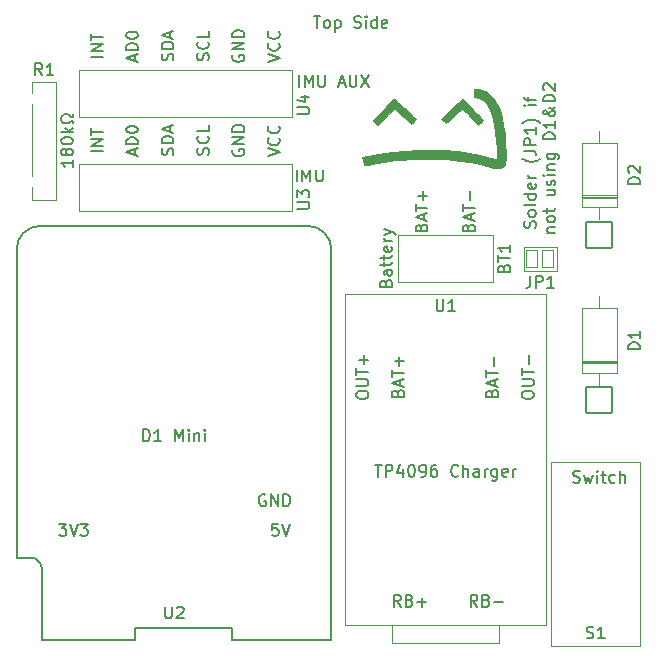
<source format=gto>
G04 #@! TF.GenerationSoftware,KiCad,Pcbnew,(6.0.0)*
G04 #@! TF.CreationDate,2022-01-19T17:04:22-05:00*
G04 #@! TF.ProjectId,SlimeVRMotherBoard,536c696d-6556-4524-9d6f-74686572426f,V1.2*
G04 #@! TF.SameCoordinates,Original*
G04 #@! TF.FileFunction,Legend,Top*
G04 #@! TF.FilePolarity,Positive*
%FSLAX46Y46*%
G04 Gerber Fmt 4.6, Leading zero omitted, Abs format (unit mm)*
G04 Created by KiCad (PCBNEW (6.0.0)) date 2022-01-19 17:04:22*
%MOMM*%
%LPD*%
G01*
G04 APERTURE LIST*
G04 Aperture macros list*
%AMRoundRect*
0 Rectangle with rounded corners*
0 $1 Rounding radius*
0 $2 $3 $4 $5 $6 $7 $8 $9 X,Y pos of 4 corners*
0 Add a 4 corners polygon primitive as box body*
4,1,4,$2,$3,$4,$5,$6,$7,$8,$9,$2,$3,0*
0 Add four circle primitives for the rounded corners*
1,1,$1+$1,$2,$3*
1,1,$1+$1,$4,$5*
1,1,$1+$1,$6,$7*
1,1,$1+$1,$8,$9*
0 Add four rect primitives between the rounded corners*
20,1,$1+$1,$2,$3,$4,$5,0*
20,1,$1+$1,$4,$5,$6,$7,0*
20,1,$1+$1,$6,$7,$8,$9,0*
20,1,$1+$1,$8,$9,$2,$3,0*%
G04 Aperture macros list end*
%ADD10C,0.150000*%
%ADD11C,0.120000*%
%ADD12C,0.010000*%
%ADD13C,2.300000*%
%ADD14C,2.100000*%
%ADD15RoundRect,0.050000X-0.500000X-0.750000X0.500000X-0.750000X0.500000X0.750000X-0.500000X0.750000X0*%
%ADD16O,2.300000X2.300000*%
%ADD17RoundRect,0.050000X1.100000X-1.100000X1.100000X1.100000X-1.100000X1.100000X-1.100000X-1.100000X0*%
%ADD18C,1.900000*%
G04 APERTURE END LIST*
D10*
X178599761Y-113380952D02*
X178647380Y-113238095D01*
X178647380Y-113000000D01*
X178599761Y-112904761D01*
X178552142Y-112857142D01*
X178456904Y-112809523D01*
X178361666Y-112809523D01*
X178266428Y-112857142D01*
X178218809Y-112904761D01*
X178171190Y-113000000D01*
X178123571Y-113190476D01*
X178075952Y-113285714D01*
X178028333Y-113333333D01*
X177933095Y-113380952D01*
X177837857Y-113380952D01*
X177742619Y-113333333D01*
X177695000Y-113285714D01*
X177647380Y-113190476D01*
X177647380Y-112952380D01*
X177695000Y-112809523D01*
X178647380Y-112238095D02*
X178599761Y-112333333D01*
X178552142Y-112380952D01*
X178456904Y-112428571D01*
X178171190Y-112428571D01*
X178075952Y-112380952D01*
X178028333Y-112333333D01*
X177980714Y-112238095D01*
X177980714Y-112095238D01*
X178028333Y-112000000D01*
X178075952Y-111952380D01*
X178171190Y-111904761D01*
X178456904Y-111904761D01*
X178552142Y-111952380D01*
X178599761Y-112000000D01*
X178647380Y-112095238D01*
X178647380Y-112238095D01*
X178647380Y-111333333D02*
X178599761Y-111428571D01*
X178504523Y-111476190D01*
X177647380Y-111476190D01*
X178647380Y-110523809D02*
X177647380Y-110523809D01*
X178599761Y-110523809D02*
X178647380Y-110619047D01*
X178647380Y-110809523D01*
X178599761Y-110904761D01*
X178552142Y-110952380D01*
X178456904Y-111000000D01*
X178171190Y-111000000D01*
X178075952Y-110952380D01*
X178028333Y-110904761D01*
X177980714Y-110809523D01*
X177980714Y-110619047D01*
X178028333Y-110523809D01*
X178599761Y-109666666D02*
X178647380Y-109761904D01*
X178647380Y-109952380D01*
X178599761Y-110047619D01*
X178504523Y-110095238D01*
X178123571Y-110095238D01*
X178028333Y-110047619D01*
X177980714Y-109952380D01*
X177980714Y-109761904D01*
X178028333Y-109666666D01*
X178123571Y-109619047D01*
X178218809Y-109619047D01*
X178314047Y-110095238D01*
X178647380Y-109190476D02*
X177980714Y-109190476D01*
X178171190Y-109190476D02*
X178075952Y-109142857D01*
X178028333Y-109095238D01*
X177980714Y-109000000D01*
X177980714Y-108904761D01*
X179028333Y-107523809D02*
X178980714Y-107571428D01*
X178837857Y-107666666D01*
X178742619Y-107714285D01*
X178599761Y-107761904D01*
X178361666Y-107809523D01*
X178171190Y-107809523D01*
X177933095Y-107761904D01*
X177790238Y-107714285D01*
X177695000Y-107666666D01*
X177552142Y-107571428D01*
X177504523Y-107523809D01*
X177647380Y-106857142D02*
X178361666Y-106857142D01*
X178504523Y-106904761D01*
X178599761Y-107000000D01*
X178647380Y-107142857D01*
X178647380Y-107238095D01*
X178647380Y-106380952D02*
X177647380Y-106380952D01*
X177647380Y-106000000D01*
X177695000Y-105904761D01*
X177742619Y-105857142D01*
X177837857Y-105809523D01*
X177980714Y-105809523D01*
X178075952Y-105857142D01*
X178123571Y-105904761D01*
X178171190Y-106000000D01*
X178171190Y-106380952D01*
X178647380Y-104857142D02*
X178647380Y-105428571D01*
X178647380Y-105142857D02*
X177647380Y-105142857D01*
X177790238Y-105238095D01*
X177885476Y-105333333D01*
X177933095Y-105428571D01*
X179028333Y-104523809D02*
X178980714Y-104476190D01*
X178837857Y-104380952D01*
X178742619Y-104333333D01*
X178599761Y-104285714D01*
X178361666Y-104238095D01*
X178171190Y-104238095D01*
X177933095Y-104285714D01*
X177790238Y-104333333D01*
X177695000Y-104380952D01*
X177552142Y-104476190D01*
X177504523Y-104523809D01*
X178647380Y-103000000D02*
X177980714Y-103000000D01*
X177647380Y-103000000D02*
X177695000Y-103047619D01*
X177742619Y-103000000D01*
X177695000Y-102952380D01*
X177647380Y-103000000D01*
X177742619Y-103000000D01*
X177980714Y-102666666D02*
X177980714Y-102285714D01*
X178647380Y-102523809D02*
X177790238Y-102523809D01*
X177695000Y-102476190D01*
X177647380Y-102380952D01*
X177647380Y-102285714D01*
X179590714Y-113785714D02*
X180257380Y-113785714D01*
X179685952Y-113785714D02*
X179638333Y-113738095D01*
X179590714Y-113642857D01*
X179590714Y-113500000D01*
X179638333Y-113404761D01*
X179733571Y-113357142D01*
X180257380Y-113357142D01*
X180257380Y-112738095D02*
X180209761Y-112833333D01*
X180162142Y-112880952D01*
X180066904Y-112928571D01*
X179781190Y-112928571D01*
X179685952Y-112880952D01*
X179638333Y-112833333D01*
X179590714Y-112738095D01*
X179590714Y-112595238D01*
X179638333Y-112500000D01*
X179685952Y-112452380D01*
X179781190Y-112404761D01*
X180066904Y-112404761D01*
X180162142Y-112452380D01*
X180209761Y-112500000D01*
X180257380Y-112595238D01*
X180257380Y-112738095D01*
X179590714Y-112119047D02*
X179590714Y-111738095D01*
X179257380Y-111976190D02*
X180114523Y-111976190D01*
X180209761Y-111928571D01*
X180257380Y-111833333D01*
X180257380Y-111738095D01*
X179590714Y-110214285D02*
X180257380Y-110214285D01*
X179590714Y-110642857D02*
X180114523Y-110642857D01*
X180209761Y-110595238D01*
X180257380Y-110500000D01*
X180257380Y-110357142D01*
X180209761Y-110261904D01*
X180162142Y-110214285D01*
X180209761Y-109785714D02*
X180257380Y-109690476D01*
X180257380Y-109500000D01*
X180209761Y-109404761D01*
X180114523Y-109357142D01*
X180066904Y-109357142D01*
X179971666Y-109404761D01*
X179924047Y-109500000D01*
X179924047Y-109642857D01*
X179876428Y-109738095D01*
X179781190Y-109785714D01*
X179733571Y-109785714D01*
X179638333Y-109738095D01*
X179590714Y-109642857D01*
X179590714Y-109500000D01*
X179638333Y-109404761D01*
X180257380Y-108928571D02*
X179590714Y-108928571D01*
X179257380Y-108928571D02*
X179305000Y-108976190D01*
X179352619Y-108928571D01*
X179305000Y-108880952D01*
X179257380Y-108928571D01*
X179352619Y-108928571D01*
X179590714Y-108452380D02*
X180257380Y-108452380D01*
X179685952Y-108452380D02*
X179638333Y-108404761D01*
X179590714Y-108309523D01*
X179590714Y-108166666D01*
X179638333Y-108071428D01*
X179733571Y-108023809D01*
X180257380Y-108023809D01*
X179590714Y-107119047D02*
X180400238Y-107119047D01*
X180495476Y-107166666D01*
X180543095Y-107214285D01*
X180590714Y-107309523D01*
X180590714Y-107452380D01*
X180543095Y-107547619D01*
X180209761Y-107119047D02*
X180257380Y-107214285D01*
X180257380Y-107404761D01*
X180209761Y-107500000D01*
X180162142Y-107547619D01*
X180066904Y-107595238D01*
X179781190Y-107595238D01*
X179685952Y-107547619D01*
X179638333Y-107500000D01*
X179590714Y-107404761D01*
X179590714Y-107214285D01*
X179638333Y-107119047D01*
X180257380Y-105880952D02*
X179257380Y-105880952D01*
X179257380Y-105642857D01*
X179305000Y-105500000D01*
X179400238Y-105404761D01*
X179495476Y-105357142D01*
X179685952Y-105309523D01*
X179828809Y-105309523D01*
X180019285Y-105357142D01*
X180114523Y-105404761D01*
X180209761Y-105500000D01*
X180257380Y-105642857D01*
X180257380Y-105880952D01*
X180257380Y-104357142D02*
X180257380Y-104928571D01*
X180257380Y-104642857D02*
X179257380Y-104642857D01*
X179400238Y-104738095D01*
X179495476Y-104833333D01*
X179543095Y-104928571D01*
X180257380Y-103119047D02*
X180257380Y-103166666D01*
X180209761Y-103261904D01*
X180066904Y-103404761D01*
X179781190Y-103642857D01*
X179638333Y-103738095D01*
X179495476Y-103785714D01*
X179400238Y-103785714D01*
X179305000Y-103738095D01*
X179257380Y-103642857D01*
X179257380Y-103595238D01*
X179305000Y-103500000D01*
X179400238Y-103452380D01*
X179447857Y-103452380D01*
X179543095Y-103500000D01*
X179590714Y-103547619D01*
X179781190Y-103833333D01*
X179828809Y-103880952D01*
X179924047Y-103928571D01*
X180066904Y-103928571D01*
X180162142Y-103880952D01*
X180209761Y-103833333D01*
X180257380Y-103738095D01*
X180257380Y-103595238D01*
X180209761Y-103500000D01*
X180162142Y-103452380D01*
X179971666Y-103309523D01*
X179828809Y-103261904D01*
X179733571Y-103261904D01*
X180257380Y-102690476D02*
X179257380Y-102690476D01*
X179257380Y-102452380D01*
X179305000Y-102309523D01*
X179400238Y-102214285D01*
X179495476Y-102166666D01*
X179685952Y-102119047D01*
X179828809Y-102119047D01*
X180019285Y-102166666D01*
X180114523Y-102214285D01*
X180209761Y-102309523D01*
X180257380Y-102452380D01*
X180257380Y-102690476D01*
X179352619Y-101738095D02*
X179305000Y-101690476D01*
X179257380Y-101595238D01*
X179257380Y-101357142D01*
X179305000Y-101261904D01*
X179352619Y-101214285D01*
X179447857Y-101166666D01*
X179543095Y-101166666D01*
X179685952Y-101214285D01*
X180257380Y-101785714D01*
X180257380Y-101166666D01*
X159833333Y-95452380D02*
X160404761Y-95452380D01*
X160119047Y-96452380D02*
X160119047Y-95452380D01*
X160880952Y-96452380D02*
X160785714Y-96404761D01*
X160738095Y-96357142D01*
X160690476Y-96261904D01*
X160690476Y-95976190D01*
X160738095Y-95880952D01*
X160785714Y-95833333D01*
X160880952Y-95785714D01*
X161023809Y-95785714D01*
X161119047Y-95833333D01*
X161166666Y-95880952D01*
X161214285Y-95976190D01*
X161214285Y-96261904D01*
X161166666Y-96357142D01*
X161119047Y-96404761D01*
X161023809Y-96452380D01*
X160880952Y-96452380D01*
X161642857Y-95785714D02*
X161642857Y-96785714D01*
X161642857Y-95833333D02*
X161738095Y-95785714D01*
X161928571Y-95785714D01*
X162023809Y-95833333D01*
X162071428Y-95880952D01*
X162119047Y-95976190D01*
X162119047Y-96261904D01*
X162071428Y-96357142D01*
X162023809Y-96404761D01*
X161928571Y-96452380D01*
X161738095Y-96452380D01*
X161642857Y-96404761D01*
X163261904Y-96404761D02*
X163404761Y-96452380D01*
X163642857Y-96452380D01*
X163738095Y-96404761D01*
X163785714Y-96357142D01*
X163833333Y-96261904D01*
X163833333Y-96166666D01*
X163785714Y-96071428D01*
X163738095Y-96023809D01*
X163642857Y-95976190D01*
X163452380Y-95928571D01*
X163357142Y-95880952D01*
X163309523Y-95833333D01*
X163261904Y-95738095D01*
X163261904Y-95642857D01*
X163309523Y-95547619D01*
X163357142Y-95500000D01*
X163452380Y-95452380D01*
X163690476Y-95452380D01*
X163833333Y-95500000D01*
X164261904Y-96452380D02*
X164261904Y-95785714D01*
X164261904Y-95452380D02*
X164214285Y-95500000D01*
X164261904Y-95547619D01*
X164309523Y-95500000D01*
X164261904Y-95452380D01*
X164261904Y-95547619D01*
X165166666Y-96452380D02*
X165166666Y-95452380D01*
X165166666Y-96404761D02*
X165071428Y-96452380D01*
X164880952Y-96452380D01*
X164785714Y-96404761D01*
X164738095Y-96357142D01*
X164690476Y-96261904D01*
X164690476Y-95976190D01*
X164738095Y-95880952D01*
X164785714Y-95833333D01*
X164880952Y-95785714D01*
X165071428Y-95785714D01*
X165166666Y-95833333D01*
X166023809Y-96404761D02*
X165928571Y-96452380D01*
X165738095Y-96452380D01*
X165642857Y-96404761D01*
X165595238Y-96309523D01*
X165595238Y-95928571D01*
X165642857Y-95833333D01*
X165738095Y-95785714D01*
X165928571Y-95785714D01*
X166023809Y-95833333D01*
X166071428Y-95928571D01*
X166071428Y-96023809D01*
X165595238Y-96119047D01*
X155738095Y-136000000D02*
X155642857Y-135952380D01*
X155500000Y-135952380D01*
X155357142Y-136000000D01*
X155261904Y-136095238D01*
X155214285Y-136190476D01*
X155166666Y-136380952D01*
X155166666Y-136523809D01*
X155214285Y-136714285D01*
X155261904Y-136809523D01*
X155357142Y-136904761D01*
X155500000Y-136952380D01*
X155595238Y-136952380D01*
X155738095Y-136904761D01*
X155785714Y-136857142D01*
X155785714Y-136523809D01*
X155595238Y-136523809D01*
X156214285Y-136952380D02*
X156214285Y-135952380D01*
X156785714Y-136952380D01*
X156785714Y-135952380D01*
X157261904Y-136952380D02*
X157261904Y-135952380D01*
X157500000Y-135952380D01*
X157642857Y-136000000D01*
X157738095Y-136095238D01*
X157785714Y-136190476D01*
X157833333Y-136380952D01*
X157833333Y-136523809D01*
X157785714Y-136714285D01*
X157738095Y-136809523D01*
X157642857Y-136904761D01*
X157500000Y-136952380D01*
X157261904Y-136952380D01*
X156809523Y-138452380D02*
X156333333Y-138452380D01*
X156285714Y-138928571D01*
X156333333Y-138880952D01*
X156428571Y-138833333D01*
X156666666Y-138833333D01*
X156761904Y-138880952D01*
X156809523Y-138928571D01*
X156857142Y-139023809D01*
X156857142Y-139261904D01*
X156809523Y-139357142D01*
X156761904Y-139404761D01*
X156666666Y-139452380D01*
X156428571Y-139452380D01*
X156333333Y-139404761D01*
X156285714Y-139357142D01*
X157142857Y-138452380D02*
X157476190Y-139452380D01*
X157809523Y-138452380D01*
X138261904Y-138452380D02*
X138880952Y-138452380D01*
X138547619Y-138833333D01*
X138690476Y-138833333D01*
X138785714Y-138880952D01*
X138833333Y-138928571D01*
X138880952Y-139023809D01*
X138880952Y-139261904D01*
X138833333Y-139357142D01*
X138785714Y-139404761D01*
X138690476Y-139452380D01*
X138404761Y-139452380D01*
X138309523Y-139404761D01*
X138261904Y-139357142D01*
X139166666Y-138452380D02*
X139500000Y-139452380D01*
X139833333Y-138452380D01*
X140071428Y-138452380D02*
X140690476Y-138452380D01*
X140357142Y-138833333D01*
X140500000Y-138833333D01*
X140595238Y-138880952D01*
X140642857Y-138928571D01*
X140690476Y-139023809D01*
X140690476Y-139261904D01*
X140642857Y-139357142D01*
X140595238Y-139404761D01*
X140500000Y-139452380D01*
X140214285Y-139452380D01*
X140119047Y-139404761D01*
X140071428Y-139357142D01*
X181785714Y-134904761D02*
X181928571Y-134952380D01*
X182166666Y-134952380D01*
X182261904Y-134904761D01*
X182309523Y-134857142D01*
X182357142Y-134761904D01*
X182357142Y-134666666D01*
X182309523Y-134571428D01*
X182261904Y-134523809D01*
X182166666Y-134476190D01*
X181976190Y-134428571D01*
X181880952Y-134380952D01*
X181833333Y-134333333D01*
X181785714Y-134238095D01*
X181785714Y-134142857D01*
X181833333Y-134047619D01*
X181880952Y-134000000D01*
X181976190Y-133952380D01*
X182214285Y-133952380D01*
X182357142Y-134000000D01*
X182690476Y-134285714D02*
X182880952Y-134952380D01*
X183071428Y-134476190D01*
X183261904Y-134952380D01*
X183452380Y-134285714D01*
X183833333Y-134952380D02*
X183833333Y-134285714D01*
X183833333Y-133952380D02*
X183785714Y-134000000D01*
X183833333Y-134047619D01*
X183880952Y-134000000D01*
X183833333Y-133952380D01*
X183833333Y-134047619D01*
X184166666Y-134285714D02*
X184547619Y-134285714D01*
X184309523Y-133952380D02*
X184309523Y-134809523D01*
X184357142Y-134904761D01*
X184452380Y-134952380D01*
X184547619Y-134952380D01*
X185309523Y-134904761D02*
X185214285Y-134952380D01*
X185023809Y-134952380D01*
X184928571Y-134904761D01*
X184880952Y-134857142D01*
X184833333Y-134761904D01*
X184833333Y-134476190D01*
X184880952Y-134380952D01*
X184928571Y-134333333D01*
X185023809Y-134285714D01*
X185214285Y-134285714D01*
X185309523Y-134333333D01*
X185738095Y-134952380D02*
X185738095Y-133952380D01*
X186166666Y-134952380D02*
X186166666Y-134428571D01*
X186119047Y-134333333D01*
X186023809Y-134285714D01*
X185880952Y-134285714D01*
X185785714Y-134333333D01*
X185738095Y-134380952D01*
X165928571Y-118071428D02*
X165976190Y-117928571D01*
X166023809Y-117880952D01*
X166119047Y-117833333D01*
X166261904Y-117833333D01*
X166357142Y-117880952D01*
X166404761Y-117928571D01*
X166452380Y-118023809D01*
X166452380Y-118404761D01*
X165452380Y-118404761D01*
X165452380Y-118071428D01*
X165500000Y-117976190D01*
X165547619Y-117928571D01*
X165642857Y-117880952D01*
X165738095Y-117880952D01*
X165833333Y-117928571D01*
X165880952Y-117976190D01*
X165928571Y-118071428D01*
X165928571Y-118404761D01*
X166452380Y-116976190D02*
X165928571Y-116976190D01*
X165833333Y-117023809D01*
X165785714Y-117119047D01*
X165785714Y-117309523D01*
X165833333Y-117404761D01*
X166404761Y-116976190D02*
X166452380Y-117071428D01*
X166452380Y-117309523D01*
X166404761Y-117404761D01*
X166309523Y-117452380D01*
X166214285Y-117452380D01*
X166119047Y-117404761D01*
X166071428Y-117309523D01*
X166071428Y-117071428D01*
X166023809Y-116976190D01*
X165785714Y-116642857D02*
X165785714Y-116261904D01*
X165452380Y-116500000D02*
X166309523Y-116500000D01*
X166404761Y-116452380D01*
X166452380Y-116357142D01*
X166452380Y-116261904D01*
X165785714Y-116071428D02*
X165785714Y-115690476D01*
X165452380Y-115928571D02*
X166309523Y-115928571D01*
X166404761Y-115880952D01*
X166452380Y-115785714D01*
X166452380Y-115690476D01*
X166404761Y-114976190D02*
X166452380Y-115071428D01*
X166452380Y-115261904D01*
X166404761Y-115357142D01*
X166309523Y-115404761D01*
X165928571Y-115404761D01*
X165833333Y-115357142D01*
X165785714Y-115261904D01*
X165785714Y-115071428D01*
X165833333Y-114976190D01*
X165928571Y-114928571D01*
X166023809Y-114928571D01*
X166119047Y-115404761D01*
X166452380Y-114500000D02*
X165785714Y-114500000D01*
X165976190Y-114500000D02*
X165880952Y-114452380D01*
X165833333Y-114404761D01*
X165785714Y-114309523D01*
X165785714Y-114214285D01*
X165785714Y-113976190D02*
X166452380Y-113738095D01*
X165785714Y-113500000D02*
X166452380Y-113738095D01*
X166690476Y-113833333D01*
X166738095Y-113880952D01*
X166785714Y-113976190D01*
X158404761Y-109452380D02*
X158404761Y-108452380D01*
X158880952Y-109452380D02*
X158880952Y-108452380D01*
X159214285Y-109166666D01*
X159547619Y-108452380D01*
X159547619Y-109452380D01*
X160023809Y-108452380D02*
X160023809Y-109261904D01*
X160071428Y-109357142D01*
X160119047Y-109404761D01*
X160214285Y-109452380D01*
X160404761Y-109452380D01*
X160500000Y-109404761D01*
X160547619Y-109357142D01*
X160595238Y-109261904D01*
X160595238Y-108452380D01*
X158595238Y-101452380D02*
X158595238Y-100452380D01*
X159071428Y-101452380D02*
X159071428Y-100452380D01*
X159404761Y-101166666D01*
X159738095Y-100452380D01*
X159738095Y-101452380D01*
X160214285Y-100452380D02*
X160214285Y-101261904D01*
X160261904Y-101357142D01*
X160309523Y-101404761D01*
X160404761Y-101452380D01*
X160595238Y-101452380D01*
X160690476Y-101404761D01*
X160738095Y-101357142D01*
X160785714Y-101261904D01*
X160785714Y-100452380D01*
X161976190Y-101166666D02*
X162452380Y-101166666D01*
X161880952Y-101452380D02*
X162214285Y-100452380D01*
X162547619Y-101452380D01*
X162880952Y-100452380D02*
X162880952Y-101261904D01*
X162928571Y-101357142D01*
X162976190Y-101404761D01*
X163071428Y-101452380D01*
X163261904Y-101452380D01*
X163357142Y-101404761D01*
X163404761Y-101357142D01*
X163452380Y-101261904D01*
X163452380Y-100452380D01*
X163833333Y-100452380D02*
X164500000Y-101452380D01*
X164500000Y-100452380D02*
X163833333Y-101452380D01*
X165023809Y-133452380D02*
X165595238Y-133452380D01*
X165309523Y-134452380D02*
X165309523Y-133452380D01*
X165928571Y-134452380D02*
X165928571Y-133452380D01*
X166309523Y-133452380D01*
X166404761Y-133500000D01*
X166452380Y-133547619D01*
X166500000Y-133642857D01*
X166500000Y-133785714D01*
X166452380Y-133880952D01*
X166404761Y-133928571D01*
X166309523Y-133976190D01*
X165928571Y-133976190D01*
X167357142Y-133785714D02*
X167357142Y-134452380D01*
X167119047Y-133404761D02*
X166880952Y-134119047D01*
X167500000Y-134119047D01*
X168071428Y-133452380D02*
X168166666Y-133452380D01*
X168261904Y-133500000D01*
X168309523Y-133547619D01*
X168357142Y-133642857D01*
X168404761Y-133833333D01*
X168404761Y-134071428D01*
X168357142Y-134261904D01*
X168309523Y-134357142D01*
X168261904Y-134404761D01*
X168166666Y-134452380D01*
X168071428Y-134452380D01*
X167976190Y-134404761D01*
X167928571Y-134357142D01*
X167880952Y-134261904D01*
X167833333Y-134071428D01*
X167833333Y-133833333D01*
X167880952Y-133642857D01*
X167928571Y-133547619D01*
X167976190Y-133500000D01*
X168071428Y-133452380D01*
X168880952Y-134452380D02*
X169071428Y-134452380D01*
X169166666Y-134404761D01*
X169214285Y-134357142D01*
X169309523Y-134214285D01*
X169357142Y-134023809D01*
X169357142Y-133642857D01*
X169309523Y-133547619D01*
X169261904Y-133500000D01*
X169166666Y-133452380D01*
X168976190Y-133452380D01*
X168880952Y-133500000D01*
X168833333Y-133547619D01*
X168785714Y-133642857D01*
X168785714Y-133880952D01*
X168833333Y-133976190D01*
X168880952Y-134023809D01*
X168976190Y-134071428D01*
X169166666Y-134071428D01*
X169261904Y-134023809D01*
X169309523Y-133976190D01*
X169357142Y-133880952D01*
X170214285Y-133452380D02*
X170023809Y-133452380D01*
X169928571Y-133500000D01*
X169880952Y-133547619D01*
X169785714Y-133690476D01*
X169738095Y-133880952D01*
X169738095Y-134261904D01*
X169785714Y-134357142D01*
X169833333Y-134404761D01*
X169928571Y-134452380D01*
X170119047Y-134452380D01*
X170214285Y-134404761D01*
X170261904Y-134357142D01*
X170309523Y-134261904D01*
X170309523Y-134023809D01*
X170261904Y-133928571D01*
X170214285Y-133880952D01*
X170119047Y-133833333D01*
X169928571Y-133833333D01*
X169833333Y-133880952D01*
X169785714Y-133928571D01*
X169738095Y-134023809D01*
X172071428Y-134357142D02*
X172023809Y-134404761D01*
X171880952Y-134452380D01*
X171785714Y-134452380D01*
X171642857Y-134404761D01*
X171547619Y-134309523D01*
X171500000Y-134214285D01*
X171452380Y-134023809D01*
X171452380Y-133880952D01*
X171500000Y-133690476D01*
X171547619Y-133595238D01*
X171642857Y-133500000D01*
X171785714Y-133452380D01*
X171880952Y-133452380D01*
X172023809Y-133500000D01*
X172071428Y-133547619D01*
X172500000Y-134452380D02*
X172500000Y-133452380D01*
X172928571Y-134452380D02*
X172928571Y-133928571D01*
X172880952Y-133833333D01*
X172785714Y-133785714D01*
X172642857Y-133785714D01*
X172547619Y-133833333D01*
X172500000Y-133880952D01*
X173833333Y-134452380D02*
X173833333Y-133928571D01*
X173785714Y-133833333D01*
X173690476Y-133785714D01*
X173500000Y-133785714D01*
X173404761Y-133833333D01*
X173833333Y-134404761D02*
X173738095Y-134452380D01*
X173500000Y-134452380D01*
X173404761Y-134404761D01*
X173357142Y-134309523D01*
X173357142Y-134214285D01*
X173404761Y-134119047D01*
X173500000Y-134071428D01*
X173738095Y-134071428D01*
X173833333Y-134023809D01*
X174309523Y-134452380D02*
X174309523Y-133785714D01*
X174309523Y-133976190D02*
X174357142Y-133880952D01*
X174404761Y-133833333D01*
X174500000Y-133785714D01*
X174595238Y-133785714D01*
X175357142Y-133785714D02*
X175357142Y-134595238D01*
X175309523Y-134690476D01*
X175261904Y-134738095D01*
X175166666Y-134785714D01*
X175023809Y-134785714D01*
X174928571Y-134738095D01*
X175357142Y-134404761D02*
X175261904Y-134452380D01*
X175071428Y-134452380D01*
X174976190Y-134404761D01*
X174928571Y-134357142D01*
X174880952Y-134261904D01*
X174880952Y-133976190D01*
X174928571Y-133880952D01*
X174976190Y-133833333D01*
X175071428Y-133785714D01*
X175261904Y-133785714D01*
X175357142Y-133833333D01*
X176214285Y-134404761D02*
X176119047Y-134452380D01*
X175928571Y-134452380D01*
X175833333Y-134404761D01*
X175785714Y-134309523D01*
X175785714Y-133928571D01*
X175833333Y-133833333D01*
X175928571Y-133785714D01*
X176119047Y-133785714D01*
X176214285Y-133833333D01*
X176261904Y-133928571D01*
X176261904Y-134023809D01*
X175785714Y-134119047D01*
X176690476Y-134452380D02*
X176690476Y-133785714D01*
X176690476Y-133976190D02*
X176738095Y-133880952D01*
X176785714Y-133833333D01*
X176880952Y-133785714D01*
X176976190Y-133785714D01*
X145380952Y-131452380D02*
X145380952Y-130452380D01*
X145619047Y-130452380D01*
X145761904Y-130500000D01*
X145857142Y-130595238D01*
X145904761Y-130690476D01*
X145952380Y-130880952D01*
X145952380Y-131023809D01*
X145904761Y-131214285D01*
X145857142Y-131309523D01*
X145761904Y-131404761D01*
X145619047Y-131452380D01*
X145380952Y-131452380D01*
X146904761Y-131452380D02*
X146333333Y-131452380D01*
X146619047Y-131452380D02*
X146619047Y-130452380D01*
X146523809Y-130595238D01*
X146428571Y-130690476D01*
X146333333Y-130738095D01*
X148095238Y-131452380D02*
X148095238Y-130452380D01*
X148428571Y-131166666D01*
X148761904Y-130452380D01*
X148761904Y-131452380D01*
X149238095Y-131452380D02*
X149238095Y-130785714D01*
X149238095Y-130452380D02*
X149190476Y-130500000D01*
X149238095Y-130547619D01*
X149285714Y-130500000D01*
X149238095Y-130452380D01*
X149238095Y-130547619D01*
X149714285Y-130785714D02*
X149714285Y-131452380D01*
X149714285Y-130880952D02*
X149761904Y-130833333D01*
X149857142Y-130785714D01*
X150000000Y-130785714D01*
X150095238Y-130833333D01*
X150142857Y-130928571D01*
X150142857Y-131452380D01*
X150619047Y-131452380D02*
X150619047Y-130785714D01*
X150619047Y-130452380D02*
X150571428Y-130500000D01*
X150619047Y-130547619D01*
X150666666Y-130500000D01*
X150619047Y-130452380D01*
X150619047Y-130547619D01*
X182938095Y-148104761D02*
X183080952Y-148152380D01*
X183319047Y-148152380D01*
X183414285Y-148104761D01*
X183461904Y-148057142D01*
X183509523Y-147961904D01*
X183509523Y-147866666D01*
X183461904Y-147771428D01*
X183414285Y-147723809D01*
X183319047Y-147676190D01*
X183128571Y-147628571D01*
X183033333Y-147580952D01*
X182985714Y-147533333D01*
X182938095Y-147438095D01*
X182938095Y-147342857D01*
X182985714Y-147247619D01*
X183033333Y-147200000D01*
X183128571Y-147152380D01*
X183366666Y-147152380D01*
X183509523Y-147200000D01*
X184461904Y-148152380D02*
X183890476Y-148152380D01*
X184176190Y-148152380D02*
X184176190Y-147152380D01*
X184080952Y-147295238D01*
X183985714Y-147390476D01*
X183890476Y-147438095D01*
X136833333Y-100452380D02*
X136500000Y-99976190D01*
X136261904Y-100452380D02*
X136261904Y-99452380D01*
X136642857Y-99452380D01*
X136738095Y-99500000D01*
X136785714Y-99547619D01*
X136833333Y-99642857D01*
X136833333Y-99785714D01*
X136785714Y-99880952D01*
X136738095Y-99928571D01*
X136642857Y-99976190D01*
X136261904Y-99976190D01*
X137785714Y-100452380D02*
X137214285Y-100452380D01*
X137500000Y-100452380D02*
X137500000Y-99452380D01*
X137404761Y-99595238D01*
X137309523Y-99690476D01*
X137214285Y-99738095D01*
X139452380Y-107642857D02*
X139452380Y-108214285D01*
X139452380Y-107928571D02*
X138452380Y-107928571D01*
X138595238Y-108023809D01*
X138690476Y-108119047D01*
X138738095Y-108214285D01*
X138880952Y-107071428D02*
X138833333Y-107166666D01*
X138785714Y-107214285D01*
X138690476Y-107261904D01*
X138642857Y-107261904D01*
X138547619Y-107214285D01*
X138500000Y-107166666D01*
X138452380Y-107071428D01*
X138452380Y-106880952D01*
X138500000Y-106785714D01*
X138547619Y-106738095D01*
X138642857Y-106690476D01*
X138690476Y-106690476D01*
X138785714Y-106738095D01*
X138833333Y-106785714D01*
X138880952Y-106880952D01*
X138880952Y-107071428D01*
X138928571Y-107166666D01*
X138976190Y-107214285D01*
X139071428Y-107261904D01*
X139261904Y-107261904D01*
X139357142Y-107214285D01*
X139404761Y-107166666D01*
X139452380Y-107071428D01*
X139452380Y-106880952D01*
X139404761Y-106785714D01*
X139357142Y-106738095D01*
X139261904Y-106690476D01*
X139071428Y-106690476D01*
X138976190Y-106738095D01*
X138928571Y-106785714D01*
X138880952Y-106880952D01*
X138452380Y-106071428D02*
X138452380Y-105976190D01*
X138500000Y-105880952D01*
X138547619Y-105833333D01*
X138642857Y-105785714D01*
X138833333Y-105738095D01*
X139071428Y-105738095D01*
X139261904Y-105785714D01*
X139357142Y-105833333D01*
X139404761Y-105880952D01*
X139452380Y-105976190D01*
X139452380Y-106071428D01*
X139404761Y-106166666D01*
X139357142Y-106214285D01*
X139261904Y-106261904D01*
X139071428Y-106309523D01*
X138833333Y-106309523D01*
X138642857Y-106261904D01*
X138547619Y-106214285D01*
X138500000Y-106166666D01*
X138452380Y-106071428D01*
X139452380Y-105309523D02*
X138452380Y-105309523D01*
X139071428Y-105214285D02*
X139452380Y-104928571D01*
X138785714Y-104928571D02*
X139166666Y-105309523D01*
X139452380Y-104547619D02*
X139452380Y-104309523D01*
X139261904Y-104309523D01*
X139214285Y-104404761D01*
X139119047Y-104500000D01*
X138976190Y-104547619D01*
X138738095Y-104547619D01*
X138595238Y-104500000D01*
X138500000Y-104404761D01*
X138452380Y-104261904D01*
X138452380Y-104071428D01*
X138500000Y-103928571D01*
X138595238Y-103833333D01*
X138738095Y-103785714D01*
X138976190Y-103785714D01*
X139119047Y-103833333D01*
X139214285Y-103928571D01*
X139261904Y-104023809D01*
X139452380Y-104023809D01*
X139452380Y-103785714D01*
X178166666Y-117452380D02*
X178166666Y-118166666D01*
X178119047Y-118309523D01*
X178023809Y-118404761D01*
X177880952Y-118452380D01*
X177785714Y-118452380D01*
X178642857Y-118452380D02*
X178642857Y-117452380D01*
X179023809Y-117452380D01*
X179119047Y-117500000D01*
X179166666Y-117547619D01*
X179214285Y-117642857D01*
X179214285Y-117785714D01*
X179166666Y-117880952D01*
X179119047Y-117928571D01*
X179023809Y-117976190D01*
X178642857Y-117976190D01*
X180166666Y-118452380D02*
X179595238Y-118452380D01*
X179880952Y-118452380D02*
X179880952Y-117452380D01*
X179785714Y-117595238D01*
X179690476Y-117690476D01*
X179595238Y-117738095D01*
X187452380Y-109658095D02*
X186452380Y-109658095D01*
X186452380Y-109420000D01*
X186500000Y-109277142D01*
X186595238Y-109181904D01*
X186690476Y-109134285D01*
X186880952Y-109086666D01*
X187023809Y-109086666D01*
X187214285Y-109134285D01*
X187309523Y-109181904D01*
X187404761Y-109277142D01*
X187452380Y-109420000D01*
X187452380Y-109658095D01*
X186547619Y-108705714D02*
X186500000Y-108658095D01*
X186452380Y-108562857D01*
X186452380Y-108324761D01*
X186500000Y-108229523D01*
X186547619Y-108181904D01*
X186642857Y-108134285D01*
X186738095Y-108134285D01*
X186880952Y-108181904D01*
X187452380Y-108753333D01*
X187452380Y-108134285D01*
X187452380Y-123658095D02*
X186452380Y-123658095D01*
X186452380Y-123420000D01*
X186500000Y-123277142D01*
X186595238Y-123181904D01*
X186690476Y-123134285D01*
X186880952Y-123086666D01*
X187023809Y-123086666D01*
X187214285Y-123134285D01*
X187309523Y-123181904D01*
X187404761Y-123277142D01*
X187452380Y-123420000D01*
X187452380Y-123658095D01*
X187452380Y-122134285D02*
X187452380Y-122705714D01*
X187452380Y-122420000D02*
X186452380Y-122420000D01*
X186595238Y-122515238D01*
X186690476Y-122610476D01*
X186738095Y-122705714D01*
X175928571Y-116785714D02*
X175976190Y-116642857D01*
X176023809Y-116595238D01*
X176119047Y-116547619D01*
X176261904Y-116547619D01*
X176357142Y-116595238D01*
X176404761Y-116642857D01*
X176452380Y-116738095D01*
X176452380Y-117119047D01*
X175452380Y-117119047D01*
X175452380Y-116785714D01*
X175500000Y-116690476D01*
X175547619Y-116642857D01*
X175642857Y-116595238D01*
X175738095Y-116595238D01*
X175833333Y-116642857D01*
X175880952Y-116690476D01*
X175928571Y-116785714D01*
X175928571Y-117119047D01*
X175452380Y-116261904D02*
X175452380Y-115690476D01*
X176452380Y-115976190D02*
X175452380Y-115976190D01*
X176452380Y-114833333D02*
X176452380Y-115404761D01*
X176452380Y-115119047D02*
X175452380Y-115119047D01*
X175595238Y-115214285D01*
X175690476Y-115309523D01*
X175738095Y-115404761D01*
X168928571Y-113357142D02*
X168976190Y-113214285D01*
X169023809Y-113166666D01*
X169119047Y-113119047D01*
X169261904Y-113119047D01*
X169357142Y-113166666D01*
X169404761Y-113214285D01*
X169452380Y-113309523D01*
X169452380Y-113690476D01*
X168452380Y-113690476D01*
X168452380Y-113357142D01*
X168500000Y-113261904D01*
X168547619Y-113214285D01*
X168642857Y-113166666D01*
X168738095Y-113166666D01*
X168833333Y-113214285D01*
X168880952Y-113261904D01*
X168928571Y-113357142D01*
X168928571Y-113690476D01*
X169166666Y-112738095D02*
X169166666Y-112261904D01*
X169452380Y-112833333D02*
X168452380Y-112500000D01*
X169452380Y-112166666D01*
X168452380Y-111976190D02*
X168452380Y-111404761D01*
X169452380Y-111690476D02*
X168452380Y-111690476D01*
X169071428Y-111071428D02*
X169071428Y-110309523D01*
X169452380Y-110690476D02*
X168690476Y-110690476D01*
X172928571Y-113357142D02*
X172976190Y-113214285D01*
X173023809Y-113166666D01*
X173119047Y-113119047D01*
X173261904Y-113119047D01*
X173357142Y-113166666D01*
X173404761Y-113214285D01*
X173452380Y-113309523D01*
X173452380Y-113690476D01*
X172452380Y-113690476D01*
X172452380Y-113357142D01*
X172500000Y-113261904D01*
X172547619Y-113214285D01*
X172642857Y-113166666D01*
X172738095Y-113166666D01*
X172833333Y-113214285D01*
X172880952Y-113261904D01*
X172928571Y-113357142D01*
X172928571Y-113690476D01*
X173166666Y-112738095D02*
X173166666Y-112261904D01*
X173452380Y-112833333D02*
X172452380Y-112500000D01*
X173452380Y-112166666D01*
X172452380Y-111976190D02*
X172452380Y-111404761D01*
X173452380Y-111690476D02*
X172452380Y-111690476D01*
X173071428Y-111071428D02*
X173071428Y-110309523D01*
X147238095Y-145452380D02*
X147238095Y-146261904D01*
X147285714Y-146357142D01*
X147333333Y-146404761D01*
X147428571Y-146452380D01*
X147619047Y-146452380D01*
X147714285Y-146404761D01*
X147761904Y-146357142D01*
X147809523Y-146261904D01*
X147809523Y-145452380D01*
X148238095Y-145547619D02*
X148285714Y-145500000D01*
X148380952Y-145452380D01*
X148619047Y-145452380D01*
X148714285Y-145500000D01*
X148761904Y-145547619D01*
X148809523Y-145642857D01*
X148809523Y-145738095D01*
X148761904Y-145880952D01*
X148190476Y-146452380D01*
X148809523Y-146452380D01*
X158452380Y-111761904D02*
X159261904Y-111761904D01*
X159357142Y-111714285D01*
X159404761Y-111666666D01*
X159452380Y-111571428D01*
X159452380Y-111380952D01*
X159404761Y-111285714D01*
X159357142Y-111238095D01*
X159261904Y-111190476D01*
X158452380Y-111190476D01*
X158452380Y-110809523D02*
X158452380Y-110190476D01*
X158833333Y-110523809D01*
X158833333Y-110380952D01*
X158880952Y-110285714D01*
X158928571Y-110238095D01*
X159023809Y-110190476D01*
X159261904Y-110190476D01*
X159357142Y-110238095D01*
X159404761Y-110285714D01*
X159452380Y-110380952D01*
X159452380Y-110666666D01*
X159404761Y-110761904D01*
X159357142Y-110809523D01*
X155952380Y-107333333D02*
X156952380Y-107000000D01*
X155952380Y-106666666D01*
X156857142Y-105761904D02*
X156904761Y-105809523D01*
X156952380Y-105952380D01*
X156952380Y-106047619D01*
X156904761Y-106190476D01*
X156809523Y-106285714D01*
X156714285Y-106333333D01*
X156523809Y-106380952D01*
X156380952Y-106380952D01*
X156190476Y-106333333D01*
X156095238Y-106285714D01*
X156000000Y-106190476D01*
X155952380Y-106047619D01*
X155952380Y-105952380D01*
X156000000Y-105809523D01*
X156047619Y-105761904D01*
X156857142Y-104761904D02*
X156904761Y-104809523D01*
X156952380Y-104952380D01*
X156952380Y-105047619D01*
X156904761Y-105190476D01*
X156809523Y-105285714D01*
X156714285Y-105333333D01*
X156523809Y-105380952D01*
X156380952Y-105380952D01*
X156190476Y-105333333D01*
X156095238Y-105285714D01*
X156000000Y-105190476D01*
X155952380Y-105047619D01*
X155952380Y-104952380D01*
X156000000Y-104809523D01*
X156047619Y-104761904D01*
X153000000Y-106761904D02*
X152952380Y-106857142D01*
X152952380Y-107000000D01*
X153000000Y-107142857D01*
X153095238Y-107238095D01*
X153190476Y-107285714D01*
X153380952Y-107333333D01*
X153523809Y-107333333D01*
X153714285Y-107285714D01*
X153809523Y-107238095D01*
X153904761Y-107142857D01*
X153952380Y-107000000D01*
X153952380Y-106904761D01*
X153904761Y-106761904D01*
X153857142Y-106714285D01*
X153523809Y-106714285D01*
X153523809Y-106904761D01*
X153952380Y-106285714D02*
X152952380Y-106285714D01*
X153952380Y-105714285D01*
X152952380Y-105714285D01*
X153952380Y-105238095D02*
X152952380Y-105238095D01*
X152952380Y-105000000D01*
X153000000Y-104857142D01*
X153095238Y-104761904D01*
X153190476Y-104714285D01*
X153380952Y-104666666D01*
X153523809Y-104666666D01*
X153714285Y-104714285D01*
X153809523Y-104761904D01*
X153904761Y-104857142D01*
X153952380Y-105000000D01*
X153952380Y-105238095D01*
X150904761Y-107190476D02*
X150952380Y-107047619D01*
X150952380Y-106809523D01*
X150904761Y-106714285D01*
X150857142Y-106666666D01*
X150761904Y-106619047D01*
X150666666Y-106619047D01*
X150571428Y-106666666D01*
X150523809Y-106714285D01*
X150476190Y-106809523D01*
X150428571Y-107000000D01*
X150380952Y-107095238D01*
X150333333Y-107142857D01*
X150238095Y-107190476D01*
X150142857Y-107190476D01*
X150047619Y-107142857D01*
X150000000Y-107095238D01*
X149952380Y-107000000D01*
X149952380Y-106761904D01*
X150000000Y-106619047D01*
X150857142Y-105619047D02*
X150904761Y-105666666D01*
X150952380Y-105809523D01*
X150952380Y-105904761D01*
X150904761Y-106047619D01*
X150809523Y-106142857D01*
X150714285Y-106190476D01*
X150523809Y-106238095D01*
X150380952Y-106238095D01*
X150190476Y-106190476D01*
X150095238Y-106142857D01*
X150000000Y-106047619D01*
X149952380Y-105904761D01*
X149952380Y-105809523D01*
X150000000Y-105666666D01*
X150047619Y-105619047D01*
X150952380Y-104714285D02*
X150952380Y-105190476D01*
X149952380Y-105190476D01*
X147904761Y-107214285D02*
X147952380Y-107071428D01*
X147952380Y-106833333D01*
X147904761Y-106738095D01*
X147857142Y-106690476D01*
X147761904Y-106642857D01*
X147666666Y-106642857D01*
X147571428Y-106690476D01*
X147523809Y-106738095D01*
X147476190Y-106833333D01*
X147428571Y-107023809D01*
X147380952Y-107119047D01*
X147333333Y-107166666D01*
X147238095Y-107214285D01*
X147142857Y-107214285D01*
X147047619Y-107166666D01*
X147000000Y-107119047D01*
X146952380Y-107023809D01*
X146952380Y-106785714D01*
X147000000Y-106642857D01*
X147952380Y-106214285D02*
X146952380Y-106214285D01*
X146952380Y-105976190D01*
X147000000Y-105833333D01*
X147095238Y-105738095D01*
X147190476Y-105690476D01*
X147380952Y-105642857D01*
X147523809Y-105642857D01*
X147714285Y-105690476D01*
X147809523Y-105738095D01*
X147904761Y-105833333D01*
X147952380Y-105976190D01*
X147952380Y-106214285D01*
X147666666Y-105261904D02*
X147666666Y-104785714D01*
X147952380Y-105357142D02*
X146952380Y-105023809D01*
X147952380Y-104690476D01*
X144666666Y-107214285D02*
X144666666Y-106738095D01*
X144952380Y-107309523D02*
X143952380Y-106976190D01*
X144952380Y-106642857D01*
X144952380Y-106309523D02*
X143952380Y-106309523D01*
X143952380Y-106071428D01*
X144000000Y-105928571D01*
X144095238Y-105833333D01*
X144190476Y-105785714D01*
X144380952Y-105738095D01*
X144523809Y-105738095D01*
X144714285Y-105785714D01*
X144809523Y-105833333D01*
X144904761Y-105928571D01*
X144952380Y-106071428D01*
X144952380Y-106309523D01*
X143952380Y-105119047D02*
X143952380Y-105023809D01*
X144000000Y-104928571D01*
X144047619Y-104880952D01*
X144142857Y-104833333D01*
X144333333Y-104785714D01*
X144571428Y-104785714D01*
X144761904Y-104833333D01*
X144857142Y-104880952D01*
X144904761Y-104928571D01*
X144952380Y-105023809D01*
X144952380Y-105119047D01*
X144904761Y-105214285D01*
X144857142Y-105261904D01*
X144761904Y-105309523D01*
X144571428Y-105357142D01*
X144333333Y-105357142D01*
X144142857Y-105309523D01*
X144047619Y-105261904D01*
X144000000Y-105214285D01*
X143952380Y-105119047D01*
X141952380Y-106904761D02*
X140952380Y-106904761D01*
X141952380Y-106428571D02*
X140952380Y-106428571D01*
X141952380Y-105857142D01*
X140952380Y-105857142D01*
X140952380Y-105523809D02*
X140952380Y-104952380D01*
X141952380Y-105238095D02*
X140952380Y-105238095D01*
X158452380Y-103761904D02*
X159261904Y-103761904D01*
X159357142Y-103714285D01*
X159404761Y-103666666D01*
X159452380Y-103571428D01*
X159452380Y-103380952D01*
X159404761Y-103285714D01*
X159357142Y-103238095D01*
X159261904Y-103190476D01*
X158452380Y-103190476D01*
X158785714Y-102285714D02*
X159452380Y-102285714D01*
X158404761Y-102523809D02*
X159119047Y-102761904D01*
X159119047Y-102142857D01*
X141952380Y-98904761D02*
X140952380Y-98904761D01*
X141952380Y-98428571D02*
X140952380Y-98428571D01*
X141952380Y-97857142D01*
X140952380Y-97857142D01*
X140952380Y-97523809D02*
X140952380Y-96952380D01*
X141952380Y-97238095D02*
X140952380Y-97238095D01*
X144666666Y-99214285D02*
X144666666Y-98738095D01*
X144952380Y-99309523D02*
X143952380Y-98976190D01*
X144952380Y-98642857D01*
X144952380Y-98309523D02*
X143952380Y-98309523D01*
X143952380Y-98071428D01*
X144000000Y-97928571D01*
X144095238Y-97833333D01*
X144190476Y-97785714D01*
X144380952Y-97738095D01*
X144523809Y-97738095D01*
X144714285Y-97785714D01*
X144809523Y-97833333D01*
X144904761Y-97928571D01*
X144952380Y-98071428D01*
X144952380Y-98309523D01*
X143952380Y-97119047D02*
X143952380Y-97023809D01*
X144000000Y-96928571D01*
X144047619Y-96880952D01*
X144142857Y-96833333D01*
X144333333Y-96785714D01*
X144571428Y-96785714D01*
X144761904Y-96833333D01*
X144857142Y-96880952D01*
X144904761Y-96928571D01*
X144952380Y-97023809D01*
X144952380Y-97119047D01*
X144904761Y-97214285D01*
X144857142Y-97261904D01*
X144761904Y-97309523D01*
X144571428Y-97357142D01*
X144333333Y-97357142D01*
X144142857Y-97309523D01*
X144047619Y-97261904D01*
X144000000Y-97214285D01*
X143952380Y-97119047D01*
X147904761Y-99214285D02*
X147952380Y-99071428D01*
X147952380Y-98833333D01*
X147904761Y-98738095D01*
X147857142Y-98690476D01*
X147761904Y-98642857D01*
X147666666Y-98642857D01*
X147571428Y-98690476D01*
X147523809Y-98738095D01*
X147476190Y-98833333D01*
X147428571Y-99023809D01*
X147380952Y-99119047D01*
X147333333Y-99166666D01*
X147238095Y-99214285D01*
X147142857Y-99214285D01*
X147047619Y-99166666D01*
X147000000Y-99119047D01*
X146952380Y-99023809D01*
X146952380Y-98785714D01*
X147000000Y-98642857D01*
X147952380Y-98214285D02*
X146952380Y-98214285D01*
X146952380Y-97976190D01*
X147000000Y-97833333D01*
X147095238Y-97738095D01*
X147190476Y-97690476D01*
X147380952Y-97642857D01*
X147523809Y-97642857D01*
X147714285Y-97690476D01*
X147809523Y-97738095D01*
X147904761Y-97833333D01*
X147952380Y-97976190D01*
X147952380Y-98214285D01*
X147666666Y-97261904D02*
X147666666Y-96785714D01*
X147952380Y-97357142D02*
X146952380Y-97023809D01*
X147952380Y-96690476D01*
X150904761Y-99190476D02*
X150952380Y-99047619D01*
X150952380Y-98809523D01*
X150904761Y-98714285D01*
X150857142Y-98666666D01*
X150761904Y-98619047D01*
X150666666Y-98619047D01*
X150571428Y-98666666D01*
X150523809Y-98714285D01*
X150476190Y-98809523D01*
X150428571Y-99000000D01*
X150380952Y-99095238D01*
X150333333Y-99142857D01*
X150238095Y-99190476D01*
X150142857Y-99190476D01*
X150047619Y-99142857D01*
X150000000Y-99095238D01*
X149952380Y-99000000D01*
X149952380Y-98761904D01*
X150000000Y-98619047D01*
X150857142Y-97619047D02*
X150904761Y-97666666D01*
X150952380Y-97809523D01*
X150952380Y-97904761D01*
X150904761Y-98047619D01*
X150809523Y-98142857D01*
X150714285Y-98190476D01*
X150523809Y-98238095D01*
X150380952Y-98238095D01*
X150190476Y-98190476D01*
X150095238Y-98142857D01*
X150000000Y-98047619D01*
X149952380Y-97904761D01*
X149952380Y-97809523D01*
X150000000Y-97666666D01*
X150047619Y-97619047D01*
X150952380Y-96714285D02*
X150952380Y-97190476D01*
X149952380Y-97190476D01*
X153000000Y-98761904D02*
X152952380Y-98857142D01*
X152952380Y-99000000D01*
X153000000Y-99142857D01*
X153095238Y-99238095D01*
X153190476Y-99285714D01*
X153380952Y-99333333D01*
X153523809Y-99333333D01*
X153714285Y-99285714D01*
X153809523Y-99238095D01*
X153904761Y-99142857D01*
X153952380Y-99000000D01*
X153952380Y-98904761D01*
X153904761Y-98761904D01*
X153857142Y-98714285D01*
X153523809Y-98714285D01*
X153523809Y-98904761D01*
X153952380Y-98285714D02*
X152952380Y-98285714D01*
X153952380Y-97714285D01*
X152952380Y-97714285D01*
X153952380Y-97238095D02*
X152952380Y-97238095D01*
X152952380Y-97000000D01*
X153000000Y-96857142D01*
X153095238Y-96761904D01*
X153190476Y-96714285D01*
X153380952Y-96666666D01*
X153523809Y-96666666D01*
X153714285Y-96714285D01*
X153809523Y-96761904D01*
X153904761Y-96857142D01*
X153952380Y-97000000D01*
X153952380Y-97238095D01*
X155952380Y-99333333D02*
X156952380Y-99000000D01*
X155952380Y-98666666D01*
X156857142Y-97761904D02*
X156904761Y-97809523D01*
X156952380Y-97952380D01*
X156952380Y-98047619D01*
X156904761Y-98190476D01*
X156809523Y-98285714D01*
X156714285Y-98333333D01*
X156523809Y-98380952D01*
X156380952Y-98380952D01*
X156190476Y-98333333D01*
X156095238Y-98285714D01*
X156000000Y-98190476D01*
X155952380Y-98047619D01*
X155952380Y-97952380D01*
X156000000Y-97809523D01*
X156047619Y-97761904D01*
X156857142Y-96761904D02*
X156904761Y-96809523D01*
X156952380Y-96952380D01*
X156952380Y-97047619D01*
X156904761Y-97190476D01*
X156809523Y-97285714D01*
X156714285Y-97333333D01*
X156523809Y-97380952D01*
X156380952Y-97380952D01*
X156190476Y-97333333D01*
X156095238Y-97285714D01*
X156000000Y-97190476D01*
X155952380Y-97047619D01*
X155952380Y-96952380D01*
X156000000Y-96809523D01*
X156047619Y-96761904D01*
X170238095Y-119452380D02*
X170238095Y-120261904D01*
X170285714Y-120357142D01*
X170333333Y-120404761D01*
X170428571Y-120452380D01*
X170619047Y-120452380D01*
X170714285Y-120404761D01*
X170761904Y-120357142D01*
X170809523Y-120261904D01*
X170809523Y-119452380D01*
X171809523Y-120452380D02*
X171238095Y-120452380D01*
X171523809Y-120452380D02*
X171523809Y-119452380D01*
X171428571Y-119595238D01*
X171333333Y-119690476D01*
X171238095Y-119738095D01*
X163452380Y-127619047D02*
X163452380Y-127428571D01*
X163500000Y-127333333D01*
X163595238Y-127238095D01*
X163785714Y-127190476D01*
X164119047Y-127190476D01*
X164309523Y-127238095D01*
X164404761Y-127333333D01*
X164452380Y-127428571D01*
X164452380Y-127619047D01*
X164404761Y-127714285D01*
X164309523Y-127809523D01*
X164119047Y-127857142D01*
X163785714Y-127857142D01*
X163595238Y-127809523D01*
X163500000Y-127714285D01*
X163452380Y-127619047D01*
X163452380Y-126761904D02*
X164261904Y-126761904D01*
X164357142Y-126714285D01*
X164404761Y-126666666D01*
X164452380Y-126571428D01*
X164452380Y-126380952D01*
X164404761Y-126285714D01*
X164357142Y-126238095D01*
X164261904Y-126190476D01*
X163452380Y-126190476D01*
X163452380Y-125857142D02*
X163452380Y-125285714D01*
X164452380Y-125571428D02*
X163452380Y-125571428D01*
X164071428Y-124952380D02*
X164071428Y-124190476D01*
X164452380Y-124571428D02*
X163690476Y-124571428D01*
X177452380Y-127619047D02*
X177452380Y-127428571D01*
X177500000Y-127333333D01*
X177595238Y-127238095D01*
X177785714Y-127190476D01*
X178119047Y-127190476D01*
X178309523Y-127238095D01*
X178404761Y-127333333D01*
X178452380Y-127428571D01*
X178452380Y-127619047D01*
X178404761Y-127714285D01*
X178309523Y-127809523D01*
X178119047Y-127857142D01*
X177785714Y-127857142D01*
X177595238Y-127809523D01*
X177500000Y-127714285D01*
X177452380Y-127619047D01*
X177452380Y-126761904D02*
X178261904Y-126761904D01*
X178357142Y-126714285D01*
X178404761Y-126666666D01*
X178452380Y-126571428D01*
X178452380Y-126380952D01*
X178404761Y-126285714D01*
X178357142Y-126238095D01*
X178261904Y-126190476D01*
X177452380Y-126190476D01*
X177452380Y-125857142D02*
X177452380Y-125285714D01*
X178452380Y-125571428D02*
X177452380Y-125571428D01*
X178071428Y-124952380D02*
X178071428Y-124190476D01*
X166928571Y-127357142D02*
X166976190Y-127214285D01*
X167023809Y-127166666D01*
X167119047Y-127119047D01*
X167261904Y-127119047D01*
X167357142Y-127166666D01*
X167404761Y-127214285D01*
X167452380Y-127309523D01*
X167452380Y-127690476D01*
X166452380Y-127690476D01*
X166452380Y-127357142D01*
X166500000Y-127261904D01*
X166547619Y-127214285D01*
X166642857Y-127166666D01*
X166738095Y-127166666D01*
X166833333Y-127214285D01*
X166880952Y-127261904D01*
X166928571Y-127357142D01*
X166928571Y-127690476D01*
X167166666Y-126738095D02*
X167166666Y-126261904D01*
X167452380Y-126833333D02*
X166452380Y-126500000D01*
X167452380Y-126166666D01*
X166452380Y-125976190D02*
X166452380Y-125404761D01*
X167452380Y-125690476D02*
X166452380Y-125690476D01*
X167071428Y-125071428D02*
X167071428Y-124309523D01*
X167452380Y-124690476D02*
X166690476Y-124690476D01*
X174928571Y-127357142D02*
X174976190Y-127214285D01*
X175023809Y-127166666D01*
X175119047Y-127119047D01*
X175261904Y-127119047D01*
X175357142Y-127166666D01*
X175404761Y-127214285D01*
X175452380Y-127309523D01*
X175452380Y-127690476D01*
X174452380Y-127690476D01*
X174452380Y-127357142D01*
X174500000Y-127261904D01*
X174547619Y-127214285D01*
X174642857Y-127166666D01*
X174738095Y-127166666D01*
X174833333Y-127214285D01*
X174880952Y-127261904D01*
X174928571Y-127357142D01*
X174928571Y-127690476D01*
X175166666Y-126738095D02*
X175166666Y-126261904D01*
X175452380Y-126833333D02*
X174452380Y-126500000D01*
X175452380Y-126166666D01*
X174452380Y-125976190D02*
X174452380Y-125404761D01*
X175452380Y-125690476D02*
X174452380Y-125690476D01*
X175071428Y-125071428D02*
X175071428Y-124309523D01*
X167190476Y-145452380D02*
X166857142Y-144976190D01*
X166619047Y-145452380D02*
X166619047Y-144452380D01*
X167000000Y-144452380D01*
X167095238Y-144500000D01*
X167142857Y-144547619D01*
X167190476Y-144642857D01*
X167190476Y-144785714D01*
X167142857Y-144880952D01*
X167095238Y-144928571D01*
X167000000Y-144976190D01*
X166619047Y-144976190D01*
X167952380Y-144928571D02*
X168095238Y-144976190D01*
X168142857Y-145023809D01*
X168190476Y-145119047D01*
X168190476Y-145261904D01*
X168142857Y-145357142D01*
X168095238Y-145404761D01*
X168000000Y-145452380D01*
X167619047Y-145452380D01*
X167619047Y-144452380D01*
X167952380Y-144452380D01*
X168047619Y-144500000D01*
X168095238Y-144547619D01*
X168142857Y-144642857D01*
X168142857Y-144738095D01*
X168095238Y-144833333D01*
X168047619Y-144880952D01*
X167952380Y-144928571D01*
X167619047Y-144928571D01*
X168619047Y-145071428D02*
X169380952Y-145071428D01*
X169000000Y-145452380D02*
X169000000Y-144690476D01*
X173690476Y-145452380D02*
X173357142Y-144976190D01*
X173119047Y-145452380D02*
X173119047Y-144452380D01*
X173500000Y-144452380D01*
X173595238Y-144500000D01*
X173642857Y-144547619D01*
X173690476Y-144642857D01*
X173690476Y-144785714D01*
X173642857Y-144880952D01*
X173595238Y-144928571D01*
X173500000Y-144976190D01*
X173119047Y-144976190D01*
X174452380Y-144928571D02*
X174595238Y-144976190D01*
X174642857Y-145023809D01*
X174690476Y-145119047D01*
X174690476Y-145261904D01*
X174642857Y-145357142D01*
X174595238Y-145404761D01*
X174500000Y-145452380D01*
X174119047Y-145452380D01*
X174119047Y-144452380D01*
X174452380Y-144452380D01*
X174547619Y-144500000D01*
X174595238Y-144547619D01*
X174642857Y-144642857D01*
X174642857Y-144738095D01*
X174595238Y-144833333D01*
X174547619Y-144880952D01*
X174452380Y-144928571D01*
X174119047Y-144928571D01*
X175119047Y-145071428D02*
X175880952Y-145071428D01*
D11*
X179950000Y-133250000D02*
X187450000Y-133250000D01*
X179950000Y-148750000D02*
X179950000Y-133250000D01*
X187450000Y-148750000D02*
X179950000Y-148750000D01*
X187450000Y-133250000D02*
X187450000Y-148750000D01*
X136000000Y-111000000D02*
X136000000Y-101000000D01*
X138000000Y-111000000D02*
X136000000Y-111000000D01*
X138000000Y-101000000D02*
X138000000Y-111000000D01*
X136000000Y-101000000D02*
X138000000Y-101000000D01*
X177600000Y-117000000D02*
X177600000Y-115000000D01*
X180400000Y-117000000D02*
X177600000Y-117000000D01*
X180400000Y-115000000D02*
X180400000Y-117000000D01*
X177600000Y-115000000D02*
X180400000Y-115000000D01*
X182530000Y-111640000D02*
X185470000Y-111640000D01*
X185470000Y-111640000D02*
X185470000Y-106200000D01*
X185470000Y-106200000D02*
X182530000Y-106200000D01*
X182530000Y-106200000D02*
X182530000Y-111640000D01*
X184000000Y-112660000D02*
X184000000Y-111640000D01*
X184000000Y-105180000D02*
X184000000Y-106200000D01*
X182530000Y-110740000D02*
X185470000Y-110740000D01*
X182530000Y-110620000D02*
X185470000Y-110620000D01*
X182530000Y-110860000D02*
X185470000Y-110860000D01*
X182530000Y-125640000D02*
X185470000Y-125640000D01*
X185470000Y-125640000D02*
X185470000Y-120200000D01*
X185470000Y-120200000D02*
X182530000Y-120200000D01*
X182530000Y-120200000D02*
X182530000Y-125640000D01*
X184000000Y-126660000D02*
X184000000Y-125640000D01*
X184000000Y-119180000D02*
X184000000Y-120200000D01*
X182530000Y-124740000D02*
X185470000Y-124740000D01*
X182530000Y-124620000D02*
X185470000Y-124620000D01*
X182530000Y-124860000D02*
X185470000Y-124860000D01*
D12*
X172476822Y-102510726D02*
X172566394Y-102593090D01*
X172566394Y-102593090D02*
X172695204Y-102718782D01*
X172695204Y-102718782D02*
X172854193Y-102878326D01*
X172854193Y-102878326D02*
X173034301Y-103062247D01*
X173034301Y-103062247D02*
X173226471Y-103261070D01*
X173226471Y-103261070D02*
X173421642Y-103465319D01*
X173421642Y-103465319D02*
X173610756Y-103665519D01*
X173610756Y-103665519D02*
X173784753Y-103852194D01*
X173784753Y-103852194D02*
X173934574Y-104015869D01*
X173934574Y-104015869D02*
X174051161Y-104147068D01*
X174051161Y-104147068D02*
X174125452Y-104236317D01*
X174125452Y-104236317D02*
X174148667Y-104273001D01*
X174148667Y-104273001D02*
X174119359Y-104315267D01*
X174119359Y-104315267D02*
X174045348Y-104391296D01*
X174045348Y-104391296D02*
X173947497Y-104482356D01*
X173947497Y-104482356D02*
X173846671Y-104569712D01*
X173846671Y-104569712D02*
X173763735Y-104634631D01*
X173763735Y-104634631D02*
X173719554Y-104658381D01*
X173719554Y-104658381D02*
X173719458Y-104658363D01*
X173719458Y-104658363D02*
X173687350Y-104627991D01*
X173687350Y-104627991D02*
X173606025Y-104544637D01*
X173606025Y-104544637D02*
X173484016Y-104417234D01*
X173484016Y-104417234D02*
X173329856Y-104254713D01*
X173329856Y-104254713D02*
X173152079Y-104066006D01*
X173152079Y-104066006D02*
X173072366Y-103981030D01*
X173072366Y-103981030D02*
X172886192Y-103783883D01*
X172886192Y-103783883D02*
X172718670Y-103609467D01*
X172718670Y-103609467D02*
X172578607Y-103466710D01*
X172578607Y-103466710D02*
X172474809Y-103364537D01*
X172474809Y-103364537D02*
X172416082Y-103311875D01*
X172416082Y-103311875D02*
X172407040Y-103306666D01*
X172407040Y-103306666D02*
X172366815Y-103334093D01*
X172366815Y-103334093D02*
X172275021Y-103410397D01*
X172275021Y-103410397D02*
X172141919Y-103526618D01*
X172141919Y-103526618D02*
X171977770Y-103673792D01*
X171977770Y-103673792D02*
X171792836Y-103842956D01*
X171792836Y-103842956D02*
X171789089Y-103846416D01*
X171789089Y-103846416D02*
X171598047Y-104022514D01*
X171598047Y-104022514D02*
X171422584Y-104183621D01*
X171422584Y-104183621D02*
X171274487Y-104318961D01*
X171274487Y-104318961D02*
X171165548Y-104417759D01*
X171165548Y-104417759D02*
X171109137Y-104467891D01*
X171109137Y-104467891D02*
X171013611Y-104549617D01*
X171013611Y-104549617D02*
X170824306Y-104363827D01*
X170824306Y-104363827D02*
X170725177Y-104259836D01*
X170725177Y-104259836D02*
X170656647Y-104175130D01*
X170656647Y-104175130D02*
X170635000Y-104133064D01*
X170635000Y-104133064D02*
X170665124Y-104092229D01*
X170665124Y-104092229D02*
X170749009Y-104004308D01*
X170749009Y-104004308D02*
X170876926Y-103878226D01*
X170876926Y-103878226D02*
X171039147Y-103722911D01*
X171039147Y-103722911D02*
X171225941Y-103547287D01*
X171225941Y-103547287D02*
X171427580Y-103360281D01*
X171427580Y-103360281D02*
X171634333Y-103170820D01*
X171634333Y-103170820D02*
X171836473Y-102987828D01*
X171836473Y-102987828D02*
X172024269Y-102820233D01*
X172024269Y-102820233D02*
X172187992Y-102676959D01*
X172187992Y-102676959D02*
X172317913Y-102566934D01*
X172317913Y-102566934D02*
X172404303Y-102499083D01*
X172404303Y-102499083D02*
X172435549Y-102481166D01*
X172435549Y-102481166D02*
X172476822Y-102510726D01*
X172476822Y-102510726D02*
X172476822Y-102510726D01*
G36*
X172476822Y-102510726D02*
G01*
X172566394Y-102593090D01*
X172695204Y-102718782D01*
X172854193Y-102878326D01*
X173034301Y-103062247D01*
X173226471Y-103261070D01*
X173421642Y-103465319D01*
X173610756Y-103665519D01*
X173784753Y-103852194D01*
X173934574Y-104015869D01*
X174051161Y-104147068D01*
X174125452Y-104236317D01*
X174148667Y-104273001D01*
X174119359Y-104315267D01*
X174045348Y-104391296D01*
X173947497Y-104482356D01*
X173846671Y-104569712D01*
X173763735Y-104634631D01*
X173719554Y-104658381D01*
X173719458Y-104658363D01*
X173687350Y-104627991D01*
X173606025Y-104544637D01*
X173484016Y-104417234D01*
X173329856Y-104254713D01*
X173152079Y-104066006D01*
X173072366Y-103981030D01*
X172886192Y-103783883D01*
X172718670Y-103609467D01*
X172578607Y-103466710D01*
X172474809Y-103364537D01*
X172416082Y-103311875D01*
X172407040Y-103306666D01*
X172366815Y-103334093D01*
X172275021Y-103410397D01*
X172141919Y-103526618D01*
X171977770Y-103673792D01*
X171792836Y-103842956D01*
X171789089Y-103846416D01*
X171598047Y-104022514D01*
X171422584Y-104183621D01*
X171274487Y-104318961D01*
X171165548Y-104417759D01*
X171109137Y-104467891D01*
X171013611Y-104549617D01*
X170824306Y-104363827D01*
X170725177Y-104259836D01*
X170656647Y-104175130D01*
X170635000Y-104133064D01*
X170665124Y-104092229D01*
X170749009Y-104004308D01*
X170876926Y-103878226D01*
X171039147Y-103722911D01*
X171225941Y-103547287D01*
X171427580Y-103360281D01*
X171634333Y-103170820D01*
X171836473Y-102987828D01*
X172024269Y-102820233D01*
X172187992Y-102676959D01*
X172317913Y-102566934D01*
X172404303Y-102499083D01*
X172435549Y-102481166D01*
X172476822Y-102510726D01*
G37*
X172476822Y-102510726D02*
X172566394Y-102593090D01*
X172695204Y-102718782D01*
X172854193Y-102878326D01*
X173034301Y-103062247D01*
X173226471Y-103261070D01*
X173421642Y-103465319D01*
X173610756Y-103665519D01*
X173784753Y-103852194D01*
X173934574Y-104015869D01*
X174051161Y-104147068D01*
X174125452Y-104236317D01*
X174148667Y-104273001D01*
X174119359Y-104315267D01*
X174045348Y-104391296D01*
X173947497Y-104482356D01*
X173846671Y-104569712D01*
X173763735Y-104634631D01*
X173719554Y-104658381D01*
X173719458Y-104658363D01*
X173687350Y-104627991D01*
X173606025Y-104544637D01*
X173484016Y-104417234D01*
X173329856Y-104254713D01*
X173152079Y-104066006D01*
X173072366Y-103981030D01*
X172886192Y-103783883D01*
X172718670Y-103609467D01*
X172578607Y-103466710D01*
X172474809Y-103364537D01*
X172416082Y-103311875D01*
X172407040Y-103306666D01*
X172366815Y-103334093D01*
X172275021Y-103410397D01*
X172141919Y-103526618D01*
X171977770Y-103673792D01*
X171792836Y-103842956D01*
X171789089Y-103846416D01*
X171598047Y-104022514D01*
X171422584Y-104183621D01*
X171274487Y-104318961D01*
X171165548Y-104417759D01*
X171109137Y-104467891D01*
X171013611Y-104549617D01*
X170824306Y-104363827D01*
X170725177Y-104259836D01*
X170656647Y-104175130D01*
X170635000Y-104133064D01*
X170665124Y-104092229D01*
X170749009Y-104004308D01*
X170876926Y-103878226D01*
X171039147Y-103722911D01*
X171225941Y-103547287D01*
X171427580Y-103360281D01*
X171634333Y-103170820D01*
X171836473Y-102987828D01*
X172024269Y-102820233D01*
X172187992Y-102676959D01*
X172317913Y-102566934D01*
X172404303Y-102499083D01*
X172435549Y-102481166D01*
X172476822Y-102510726D01*
X166657609Y-102488947D02*
X166759687Y-102574555D01*
X166759687Y-102574555D02*
X166918860Y-102714969D01*
X166918860Y-102714969D02*
X167133080Y-102908335D01*
X167133080Y-102908335D02*
X167400297Y-103152800D01*
X167400297Y-103152800D02*
X167718461Y-103446510D01*
X167718461Y-103446510D02*
X168085524Y-103787612D01*
X168085524Y-103787612D02*
X168192802Y-103887643D01*
X168192802Y-103887643D02*
X168481105Y-104156652D01*
X168481105Y-104156652D02*
X168305277Y-104366659D01*
X168305277Y-104366659D02*
X168208782Y-104474852D01*
X168208782Y-104474852D02*
X168129872Y-104550670D01*
X168129872Y-104550670D02*
X168088371Y-104576666D01*
X168088371Y-104576666D02*
X168046678Y-104549108D01*
X168046678Y-104549108D02*
X167952559Y-104471899D01*
X167952559Y-104471899D02*
X167815412Y-104353235D01*
X167815412Y-104353235D02*
X167644633Y-104201313D01*
X167644633Y-104201313D02*
X167449620Y-104024329D01*
X167449620Y-104024329D02*
X167348217Y-103931083D01*
X167348217Y-103931083D02*
X167146775Y-103745362D01*
X167146775Y-103745362D02*
X166967410Y-103580580D01*
X166967410Y-103580580D02*
X166819011Y-103444858D01*
X166819011Y-103444858D02*
X166710469Y-103346313D01*
X166710469Y-103346313D02*
X166650674Y-103293064D01*
X166650674Y-103293064D02*
X166641821Y-103285963D01*
X166641821Y-103285963D02*
X166611900Y-103315391D01*
X166611900Y-103315391D02*
X166531951Y-103397688D01*
X166531951Y-103397688D02*
X166410203Y-103524282D01*
X166410203Y-103524282D02*
X166254885Y-103686603D01*
X166254885Y-103686603D02*
X166074223Y-103876081D01*
X166074223Y-103876081D02*
X165961068Y-103995046D01*
X165961068Y-103995046D02*
X165768406Y-104196612D01*
X165768406Y-104196612D02*
X165594940Y-104375879D01*
X165594940Y-104375879D02*
X165449170Y-104524245D01*
X165449170Y-104524245D02*
X165339596Y-104633106D01*
X165339596Y-104633106D02*
X165274716Y-104693860D01*
X165274716Y-104693860D02*
X165260976Y-104703666D01*
X165260976Y-104703666D02*
X165219959Y-104675719D01*
X165219959Y-104675719D02*
X165138267Y-104602514D01*
X165138267Y-104602514D02*
X165035436Y-104501749D01*
X165035436Y-104501749D02*
X164836555Y-104299831D01*
X164836555Y-104299831D02*
X165707994Y-103379915D01*
X165707994Y-103379915D02*
X165928111Y-103148750D01*
X165928111Y-103148750D02*
X166130140Y-102938871D01*
X166130140Y-102938871D02*
X166306619Y-102757846D01*
X166306619Y-102757846D02*
X166450089Y-102613244D01*
X166450089Y-102613244D02*
X166553090Y-102512635D01*
X166553090Y-102512635D02*
X166608163Y-102463586D01*
X166608163Y-102463586D02*
X166614675Y-102460000D01*
X166614675Y-102460000D02*
X166657609Y-102488947D01*
X166657609Y-102488947D02*
X166657609Y-102488947D01*
G36*
X166657609Y-102488947D02*
G01*
X166759687Y-102574555D01*
X166918860Y-102714969D01*
X167133080Y-102908335D01*
X167400297Y-103152800D01*
X167718461Y-103446510D01*
X168085524Y-103787612D01*
X168192802Y-103887643D01*
X168481105Y-104156652D01*
X168305277Y-104366659D01*
X168208782Y-104474852D01*
X168129872Y-104550670D01*
X168088371Y-104576666D01*
X168046678Y-104549108D01*
X167952559Y-104471899D01*
X167815412Y-104353235D01*
X167644633Y-104201313D01*
X167449620Y-104024329D01*
X167348217Y-103931083D01*
X167146775Y-103745362D01*
X166967410Y-103580580D01*
X166819011Y-103444858D01*
X166710469Y-103346313D01*
X166650674Y-103293064D01*
X166641821Y-103285963D01*
X166611900Y-103315391D01*
X166531951Y-103397688D01*
X166410203Y-103524282D01*
X166254885Y-103686603D01*
X166074223Y-103876081D01*
X165961068Y-103995046D01*
X165768406Y-104196612D01*
X165594940Y-104375879D01*
X165449170Y-104524245D01*
X165339596Y-104633106D01*
X165274716Y-104693860D01*
X165260976Y-104703666D01*
X165219959Y-104675719D01*
X165138267Y-104602514D01*
X165035436Y-104501749D01*
X164836555Y-104299831D01*
X165707994Y-103379915D01*
X165928111Y-103148750D01*
X166130140Y-102938871D01*
X166306619Y-102757846D01*
X166450089Y-102613244D01*
X166553090Y-102512635D01*
X166608163Y-102463586D01*
X166614675Y-102460000D01*
X166657609Y-102488947D01*
G37*
X166657609Y-102488947D02*
X166759687Y-102574555D01*
X166918860Y-102714969D01*
X167133080Y-102908335D01*
X167400297Y-103152800D01*
X167718461Y-103446510D01*
X168085524Y-103787612D01*
X168192802Y-103887643D01*
X168481105Y-104156652D01*
X168305277Y-104366659D01*
X168208782Y-104474852D01*
X168129872Y-104550670D01*
X168088371Y-104576666D01*
X168046678Y-104549108D01*
X167952559Y-104471899D01*
X167815412Y-104353235D01*
X167644633Y-104201313D01*
X167449620Y-104024329D01*
X167348217Y-103931083D01*
X167146775Y-103745362D01*
X166967410Y-103580580D01*
X166819011Y-103444858D01*
X166710469Y-103346313D01*
X166650674Y-103293064D01*
X166641821Y-103285963D01*
X166611900Y-103315391D01*
X166531951Y-103397688D01*
X166410203Y-103524282D01*
X166254885Y-103686603D01*
X166074223Y-103876081D01*
X165961068Y-103995046D01*
X165768406Y-104196612D01*
X165594940Y-104375879D01*
X165449170Y-104524245D01*
X165339596Y-104633106D01*
X165274716Y-104693860D01*
X165260976Y-104703666D01*
X165219959Y-104675719D01*
X165138267Y-104602514D01*
X165035436Y-104501749D01*
X164836555Y-104299831D01*
X165707994Y-103379915D01*
X165928111Y-103148750D01*
X166130140Y-102938871D01*
X166306619Y-102757846D01*
X166450089Y-102613244D01*
X166553090Y-102512635D01*
X166608163Y-102463586D01*
X166614675Y-102460000D01*
X166657609Y-102488947D01*
X173811926Y-101634132D02*
X174072003Y-101689339D01*
X174072003Y-101689339D02*
X174308378Y-101768166D01*
X174308378Y-101768166D02*
X174358854Y-101790617D01*
X174358854Y-101790617D02*
X174474332Y-101861950D01*
X174474332Y-101861950D02*
X174622424Y-101976292D01*
X174622424Y-101976292D02*
X174778690Y-102114099D01*
X174778690Y-102114099D02*
X174849435Y-102182856D01*
X174849435Y-102182856D02*
X175027369Y-102375708D01*
X175027369Y-102375708D02*
X175166684Y-102563766D01*
X175166684Y-102563766D02*
X175292888Y-102783242D01*
X175292888Y-102783242D02*
X175343793Y-102884619D01*
X175343793Y-102884619D02*
X175563145Y-103410262D01*
X175563145Y-103410262D02*
X175743959Y-104008615D01*
X175743959Y-104008615D02*
X175885718Y-104676738D01*
X175885718Y-104676738D02*
X175987904Y-105411694D01*
X175987904Y-105411694D02*
X176049999Y-106210543D01*
X176049999Y-106210543D02*
X176071356Y-107017988D01*
X176071356Y-107017988D02*
X176072055Y-107317257D01*
X176072055Y-107317257D02*
X176070850Y-107543958D01*
X176070850Y-107543958D02*
X176066740Y-107710186D01*
X176066740Y-107710186D02*
X176058725Y-107828035D01*
X176058725Y-107828035D02*
X176045806Y-107909600D01*
X176045806Y-107909600D02*
X176026981Y-107966974D01*
X176026981Y-107966974D02*
X176001251Y-108012253D01*
X176001251Y-108012253D02*
X175987551Y-108031372D01*
X175987551Y-108031372D02*
X175825692Y-108195815D01*
X175825692Y-108195815D02*
X175627688Y-108297950D01*
X175627688Y-108297950D02*
X175387231Y-108338821D01*
X175387231Y-108338821D02*
X175098016Y-108319468D01*
X175098016Y-108319468D02*
X174753733Y-108240935D01*
X174753733Y-108240935D02*
X174741333Y-108237338D01*
X174741333Y-108237338D02*
X173913766Y-108020466D01*
X173913766Y-108020466D02*
X173033685Y-107835777D01*
X173033685Y-107835777D02*
X172128955Y-107688858D01*
X172128955Y-107688858D02*
X171778000Y-107643311D01*
X171778000Y-107643311D02*
X171503687Y-107616849D01*
X171503687Y-107616849D02*
X171160801Y-107594193D01*
X171160801Y-107594193D02*
X170765361Y-107575614D01*
X170765361Y-107575614D02*
X170333386Y-107561381D01*
X170333386Y-107561381D02*
X169880897Y-107551762D01*
X169880897Y-107551762D02*
X169423913Y-107547028D01*
X169423913Y-107547028D02*
X168978453Y-107547447D01*
X168978453Y-107547447D02*
X168560536Y-107553289D01*
X168560536Y-107553289D02*
X168186183Y-107564823D01*
X168186183Y-107564823D02*
X167925667Y-107578538D01*
X167925667Y-107578538D02*
X167365096Y-107622068D01*
X167365096Y-107622068D02*
X166792999Y-107678598D01*
X166792999Y-107678598D02*
X166226390Y-107745825D01*
X166226390Y-107745825D02*
X165682284Y-107821447D01*
X165682284Y-107821447D02*
X165177696Y-107903159D01*
X165177696Y-107903159D02*
X164729640Y-107988661D01*
X164729640Y-107988661D02*
X164475500Y-108045485D01*
X164475500Y-108045485D02*
X164316167Y-108079755D01*
X164316167Y-108079755D02*
X164189745Y-108099430D01*
X164189745Y-108099430D02*
X164117407Y-108101473D01*
X164117407Y-108101473D02*
X164109250Y-108098025D01*
X164109250Y-108098025D02*
X164088211Y-108046877D01*
X164088211Y-108046877D02*
X164057966Y-107939915D01*
X164057966Y-107939915D02*
X164023821Y-107800822D01*
X164023821Y-107800822D02*
X163991080Y-107653282D01*
X163991080Y-107653282D02*
X163965048Y-107520976D01*
X163965048Y-107520976D02*
X163951032Y-107427590D01*
X163951032Y-107427590D02*
X163952156Y-107396715D01*
X163952156Y-107396715D02*
X164004253Y-107379711D01*
X164004253Y-107379711D02*
X164123866Y-107350784D01*
X164123866Y-107350784D02*
X164295212Y-107313163D01*
X164295212Y-107313163D02*
X164502509Y-107270078D01*
X164502509Y-107270078D02*
X164729973Y-107224759D01*
X164729973Y-107224759D02*
X164961821Y-107180436D01*
X164961821Y-107180436D02*
X165182271Y-107140337D01*
X165182271Y-107140337D02*
X165322167Y-107116377D01*
X165322167Y-107116377D02*
X166445032Y-106957144D01*
X166445032Y-106957144D02*
X167574204Y-106848819D01*
X167574204Y-106848819D02*
X168699782Y-106791097D01*
X168699782Y-106791097D02*
X169811865Y-106783675D01*
X169811865Y-106783675D02*
X170900549Y-106826247D01*
X170900549Y-106826247D02*
X171955935Y-106918511D01*
X171955935Y-106918511D02*
X172968120Y-107060161D01*
X172968120Y-107060161D02*
X173927203Y-107250894D01*
X173927203Y-107250894D02*
X174508500Y-107398560D01*
X174508500Y-107398560D02*
X174725942Y-107458482D01*
X174725942Y-107458482D02*
X174926293Y-107512844D01*
X174926293Y-107512844D02*
X175089056Y-107556139D01*
X175089056Y-107556139D02*
X175193734Y-107582864D01*
X175193734Y-107582864D02*
X175202783Y-107585016D01*
X175202783Y-107585016D02*
X175346732Y-107618621D01*
X175346732Y-107618621D02*
X175320349Y-106722060D01*
X175320349Y-106722060D02*
X175283314Y-105983667D01*
X175283314Y-105983667D02*
X175217881Y-105304147D01*
X175217881Y-105304147D02*
X175124876Y-104686895D01*
X175124876Y-104686895D02*
X175005124Y-104135304D01*
X175005124Y-104135304D02*
X174859448Y-103652769D01*
X174859448Y-103652769D02*
X174688675Y-103242684D01*
X174688675Y-103242684D02*
X174493629Y-102908442D01*
X174493629Y-102908442D02*
X174349723Y-102728558D01*
X174349723Y-102728558D02*
X174181671Y-102566948D01*
X174181671Y-102566948D02*
X174017465Y-102463401D01*
X174017465Y-102463401D02*
X173823714Y-102400422D01*
X173823714Y-102400422D02*
X173672864Y-102373900D01*
X173672864Y-102373900D02*
X173535296Y-102351640D01*
X173535296Y-102351640D02*
X173435108Y-102330173D01*
X173435108Y-102330173D02*
X173398739Y-102316850D01*
X173398739Y-102316850D02*
X173392314Y-102267615D01*
X173392314Y-102267615D02*
X173394108Y-102155656D01*
X173394108Y-102155656D02*
X173403595Y-102002464D01*
X173403595Y-102002464D02*
X173407618Y-101954434D01*
X173407618Y-101954434D02*
X173437812Y-101613333D01*
X173437812Y-101613333D02*
X173575795Y-101613333D01*
X173575795Y-101613333D02*
X173811926Y-101634132D01*
X173811926Y-101634132D02*
X173811926Y-101634132D01*
G36*
X173811926Y-101634132D02*
G01*
X174072003Y-101689339D01*
X174308378Y-101768166D01*
X174358854Y-101790617D01*
X174474332Y-101861950D01*
X174622424Y-101976292D01*
X174778690Y-102114099D01*
X174849435Y-102182856D01*
X175027369Y-102375708D01*
X175166684Y-102563766D01*
X175292888Y-102783242D01*
X175343793Y-102884619D01*
X175563145Y-103410262D01*
X175743959Y-104008615D01*
X175885718Y-104676738D01*
X175987904Y-105411694D01*
X176049999Y-106210543D01*
X176071356Y-107017988D01*
X176072055Y-107317257D01*
X176070850Y-107543958D01*
X176066740Y-107710186D01*
X176058725Y-107828035D01*
X176045806Y-107909600D01*
X176026981Y-107966974D01*
X176001251Y-108012253D01*
X175987551Y-108031372D01*
X175825692Y-108195815D01*
X175627688Y-108297950D01*
X175387231Y-108338821D01*
X175098016Y-108319468D01*
X174753733Y-108240935D01*
X174741333Y-108237338D01*
X173913766Y-108020466D01*
X173033685Y-107835777D01*
X172128955Y-107688858D01*
X171778000Y-107643311D01*
X171503687Y-107616849D01*
X171160801Y-107594193D01*
X170765361Y-107575614D01*
X170333386Y-107561381D01*
X169880897Y-107551762D01*
X169423913Y-107547028D01*
X168978453Y-107547447D01*
X168560536Y-107553289D01*
X168186183Y-107564823D01*
X167925667Y-107578538D01*
X167365096Y-107622068D01*
X166792999Y-107678598D01*
X166226390Y-107745825D01*
X165682284Y-107821447D01*
X165177696Y-107903159D01*
X164729640Y-107988661D01*
X164475500Y-108045485D01*
X164316167Y-108079755D01*
X164189745Y-108099430D01*
X164117407Y-108101473D01*
X164109250Y-108098025D01*
X164088211Y-108046877D01*
X164057966Y-107939915D01*
X164023821Y-107800822D01*
X163991080Y-107653282D01*
X163965048Y-107520976D01*
X163951032Y-107427590D01*
X163952156Y-107396715D01*
X164004253Y-107379711D01*
X164123866Y-107350784D01*
X164295212Y-107313163D01*
X164502509Y-107270078D01*
X164729973Y-107224759D01*
X164961821Y-107180436D01*
X165182271Y-107140337D01*
X165322167Y-107116377D01*
X166445032Y-106957144D01*
X167574204Y-106848819D01*
X168699782Y-106791097D01*
X169811865Y-106783675D01*
X170900549Y-106826247D01*
X171955935Y-106918511D01*
X172968120Y-107060161D01*
X173927203Y-107250894D01*
X174508500Y-107398560D01*
X174725942Y-107458482D01*
X174926293Y-107512844D01*
X175089056Y-107556139D01*
X175193734Y-107582864D01*
X175202783Y-107585016D01*
X175346732Y-107618621D01*
X175320349Y-106722060D01*
X175283314Y-105983667D01*
X175217881Y-105304147D01*
X175124876Y-104686895D01*
X175005124Y-104135304D01*
X174859448Y-103652769D01*
X174688675Y-103242684D01*
X174493629Y-102908442D01*
X174349723Y-102728558D01*
X174181671Y-102566948D01*
X174017465Y-102463401D01*
X173823714Y-102400422D01*
X173672864Y-102373900D01*
X173535296Y-102351640D01*
X173435108Y-102330173D01*
X173398739Y-102316850D01*
X173392314Y-102267615D01*
X173394108Y-102155656D01*
X173403595Y-102002464D01*
X173407618Y-101954434D01*
X173437812Y-101613333D01*
X173575795Y-101613333D01*
X173811926Y-101634132D01*
G37*
X173811926Y-101634132D02*
X174072003Y-101689339D01*
X174308378Y-101768166D01*
X174358854Y-101790617D01*
X174474332Y-101861950D01*
X174622424Y-101976292D01*
X174778690Y-102114099D01*
X174849435Y-102182856D01*
X175027369Y-102375708D01*
X175166684Y-102563766D01*
X175292888Y-102783242D01*
X175343793Y-102884619D01*
X175563145Y-103410262D01*
X175743959Y-104008615D01*
X175885718Y-104676738D01*
X175987904Y-105411694D01*
X176049999Y-106210543D01*
X176071356Y-107017988D01*
X176072055Y-107317257D01*
X176070850Y-107543958D01*
X176066740Y-107710186D01*
X176058725Y-107828035D01*
X176045806Y-107909600D01*
X176026981Y-107966974D01*
X176001251Y-108012253D01*
X175987551Y-108031372D01*
X175825692Y-108195815D01*
X175627688Y-108297950D01*
X175387231Y-108338821D01*
X175098016Y-108319468D01*
X174753733Y-108240935D01*
X174741333Y-108237338D01*
X173913766Y-108020466D01*
X173033685Y-107835777D01*
X172128955Y-107688858D01*
X171778000Y-107643311D01*
X171503687Y-107616849D01*
X171160801Y-107594193D01*
X170765361Y-107575614D01*
X170333386Y-107561381D01*
X169880897Y-107551762D01*
X169423913Y-107547028D01*
X168978453Y-107547447D01*
X168560536Y-107553289D01*
X168186183Y-107564823D01*
X167925667Y-107578538D01*
X167365096Y-107622068D01*
X166792999Y-107678598D01*
X166226390Y-107745825D01*
X165682284Y-107821447D01*
X165177696Y-107903159D01*
X164729640Y-107988661D01*
X164475500Y-108045485D01*
X164316167Y-108079755D01*
X164189745Y-108099430D01*
X164117407Y-108101473D01*
X164109250Y-108098025D01*
X164088211Y-108046877D01*
X164057966Y-107939915D01*
X164023821Y-107800822D01*
X163991080Y-107653282D01*
X163965048Y-107520976D01*
X163951032Y-107427590D01*
X163952156Y-107396715D01*
X164004253Y-107379711D01*
X164123866Y-107350784D01*
X164295212Y-107313163D01*
X164502509Y-107270078D01*
X164729973Y-107224759D01*
X164961821Y-107180436D01*
X165182271Y-107140337D01*
X165322167Y-107116377D01*
X166445032Y-106957144D01*
X167574204Y-106848819D01*
X168699782Y-106791097D01*
X169811865Y-106783675D01*
X170900549Y-106826247D01*
X171955935Y-106918511D01*
X172968120Y-107060161D01*
X173927203Y-107250894D01*
X174508500Y-107398560D01*
X174725942Y-107458482D01*
X174926293Y-107512844D01*
X175089056Y-107556139D01*
X175193734Y-107582864D01*
X175202783Y-107585016D01*
X175346732Y-107618621D01*
X175320349Y-106722060D01*
X175283314Y-105983667D01*
X175217881Y-105304147D01*
X175124876Y-104686895D01*
X175005124Y-104135304D01*
X174859448Y-103652769D01*
X174688675Y-103242684D01*
X174493629Y-102908442D01*
X174349723Y-102728558D01*
X174181671Y-102566948D01*
X174017465Y-102463401D01*
X173823714Y-102400422D01*
X173672864Y-102373900D01*
X173535296Y-102351640D01*
X173435108Y-102330173D01*
X173398739Y-102316850D01*
X173392314Y-102267615D01*
X173394108Y-102155656D01*
X173403595Y-102002464D01*
X173407618Y-101954434D01*
X173437812Y-101613333D01*
X173575795Y-101613333D01*
X173811926Y-101634132D01*
D11*
X167000000Y-114000000D02*
X167000000Y-118000000D01*
X167000000Y-118000000D02*
X175000000Y-118000000D01*
X175000000Y-118000000D02*
X175000000Y-114000000D01*
X175000000Y-114000000D02*
X167000000Y-114000000D01*
D10*
X134670000Y-141300000D02*
X134670000Y-141300000D01*
X135830000Y-141300000D02*
X134670000Y-141300000D01*
X136820000Y-148300000D02*
X136820000Y-142300000D01*
X152900000Y-148300000D02*
X161329999Y-148300000D01*
X152900000Y-147300000D02*
X152900000Y-148300000D01*
X144680000Y-147300000D02*
X152900000Y-147300000D01*
X144680000Y-148300000D02*
X144680000Y-147300000D01*
X136820000Y-148300000D02*
X144680000Y-148300000D01*
X134670000Y-115220000D02*
X134670000Y-141300000D01*
X159330000Y-113220000D02*
X136670000Y-113220000D01*
X161330000Y-148300000D02*
X161330000Y-115220000D01*
X136670000Y-113220000D02*
G75*
G03*
X134670000Y-115220000I0J-2000000D01*
G01*
X161330000Y-115220000D02*
G75*
G03*
X159330000Y-113220000I-2000000J0D01*
G01*
X136820000Y-142300000D02*
G75*
G03*
X135820000Y-141300000I-1000000J0D01*
G01*
D11*
X140000000Y-108000000D02*
X140000000Y-112000000D01*
X158000000Y-108000000D02*
X140000000Y-108000000D01*
X158000000Y-112000000D02*
X158000000Y-108000000D01*
X140000000Y-112000000D02*
X158000000Y-112000000D01*
X140000000Y-104000000D02*
X158000000Y-104000000D01*
X158000000Y-104000000D02*
X158000000Y-100000000D01*
X158000000Y-100000000D02*
X140000000Y-100000000D01*
X140000000Y-100000000D02*
X140000000Y-104000000D01*
X179500000Y-147000000D02*
X162500000Y-147000000D01*
X162500000Y-147000000D02*
X162500000Y-119000000D01*
X162500000Y-119000000D02*
X179500000Y-119000000D01*
X179500000Y-119000000D02*
X179500000Y-147000000D01*
X175500000Y-147000000D02*
X175500000Y-148500000D01*
X175500000Y-148500000D02*
X166500000Y-148500000D01*
X166500000Y-148500000D02*
X166500000Y-147000000D01*
%LPC*%
D13*
X185000000Y-141000000D03*
X185000000Y-145000000D03*
X185000000Y-137000000D03*
X182400000Y-141000000D03*
X182400000Y-145000000D03*
X182400000Y-137000000D03*
D14*
X137000000Y-109500000D03*
X137000000Y-102500000D03*
D15*
X178350000Y-116000000D03*
X179650000Y-116000000D03*
D16*
X184000000Y-103840000D03*
D17*
X184000000Y-114000000D03*
D16*
X184000000Y-117840000D03*
D17*
X184000000Y-128000000D03*
D14*
X173000000Y-116000000D03*
X169000000Y-116000000D03*
D18*
X136570000Y-138890000D03*
X159430000Y-138890000D03*
X136570000Y-136350000D03*
X159430000Y-136350000D03*
X136570000Y-133810000D03*
X159430000Y-133810000D03*
X136570000Y-131270000D03*
X159430000Y-131270000D03*
X136570000Y-128730000D03*
X159430000Y-128730000D03*
X136570000Y-126190000D03*
X159430000Y-126190000D03*
X136570000Y-123650000D03*
X159430000Y-123650000D03*
X136570000Y-121110000D03*
X159430000Y-121110000D03*
D14*
X150500000Y-110000000D03*
X153500000Y-110000000D03*
X156500000Y-110000000D03*
X147500000Y-110000000D03*
X144500000Y-110000000D03*
X141500000Y-110000000D03*
X141500000Y-102000000D03*
X144500000Y-102000000D03*
X147500000Y-102000000D03*
X156500000Y-102000000D03*
X153500000Y-102000000D03*
X150500000Y-102000000D03*
X178000000Y-122500000D03*
X175000000Y-122500000D03*
X164000000Y-145000000D03*
X178000000Y-145000000D03*
X164000000Y-122500000D03*
X167000000Y-122500000D03*
M02*

</source>
